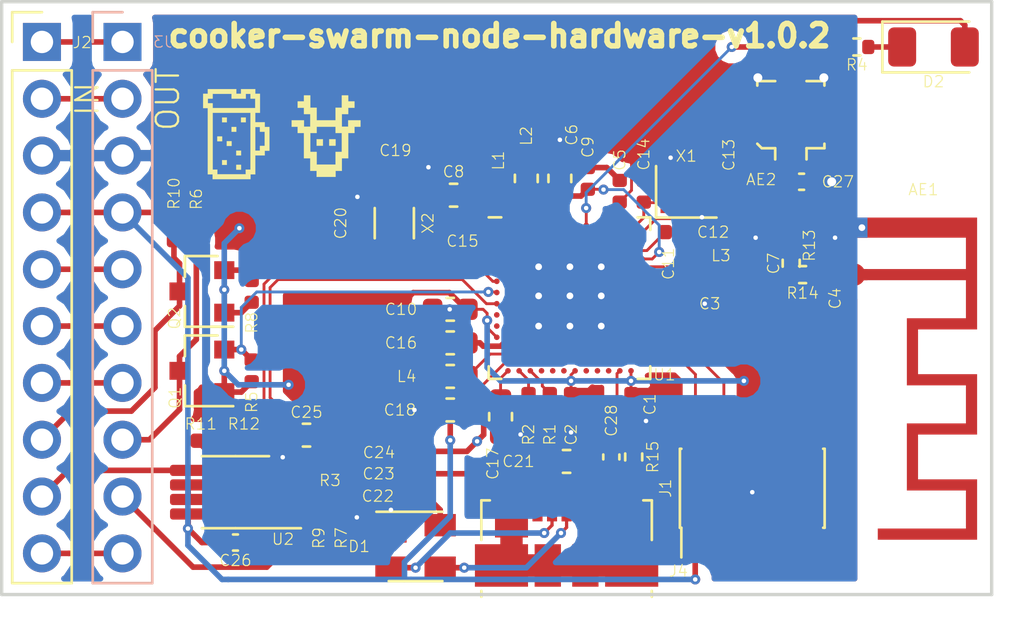
<source format=kicad_pcb>
(kicad_pcb (version 20171130) (host pcbnew 5.0.2-bee76a0~70~ubuntu18.04.1)
  (title_block (title "Sensor Board") (company "TU Wien"))
  (layers (0 F.Cu signal) (31 B.Cu signal) (34 B.Paste user hide) (35 F.Paste user hide) (36 B.SilkS user) (37 F.SilkS user) (38 B.Mask user hide) (39 F.Mask user hide) (44 Edge.Cuts user))
  (net 0 "")
  (net 1 VCC)
  (net 2 "Net-(D1-Pad2)")
  (net 3 /SWDCLK)
  (net 4 /SWDIO)
  (net 5 /D-)
  (net 6 /D+)
  (net 7 "Net-(L1-Pad2)")
  (net 8 /SWO)
  (net 9 GND)
  (net 10 "Net-(D1-Pad3)")
  (net 11 /DEC5)
  (net 12 /DEC4)
  (net 13 /ANT)
  (net 14 /DEC3)
  (net 15 /DEC1)
  (net 16 /XC1)
  (net 17 /XC2)
  (net 18 /DECUSB)
  (net 19 /XL1)
  (net 20 /XL2)
  (net 21 /DCC)
  (net 22 /DCCH)
  (net 23 VBUS)
  (net 24 "Net-(AE1-Pad1)")
  (net 25 /cooker-swarm-node-hardware-components/V_USB)
  (net 26 "Net-(D2-Pad1)")
  (net 27 /1)
  (net 28 /2)
  (net 29 +5V)
  (net 30 /5)
  (net 31 /6)
  (net 32 /7)
  (net 33 /IO_IN)
  (net 34 /POWER_IN)
  (net 35 /10)
  (net 36 /POWER_OUT)
  (net 37 /IO_OUT)
  (net 38 /LV_IO_OUT)
  (net 39 /LV_IO_IN)
  (net 40 "Net-(R3-Pad1)")
  (net 41 "Net-(R7-Pad1)")
  (net 42 /LV_POWER_IN)
  (net 43 "Net-(R11-Pad1)")
  (net 44 /LV_POWER_OUT)
  (net 45 /LED)
  (net 46 "Net-(AE2-Pad1)")
  (net 47 "Net-(C7-Pad1)")
  (net 48 "Net-(C28-Pad1)")
  (module Capacitor_SMD:C_0402_1005Metric (layer F.Cu) (at 153 102.35 90)
    (fp_text reference C28 (at 1.625 0 270) (layer F.SilkS) (effects (font (size 0.5 0.5) (thickness 0.05))))
    (fp_text value 100n)
    (pad 1 smd roundrect (at -0.48 0 90) (size 0.56 0.62) (layers F.Cu F.Paste F.Mask) (net 48 "Net-(C28-Pad1)"))
    (pad 2 smd roundrect (at 0.48 0 90) (size 0.56 0.62) (layers F.Cu F.Paste F.Mask) (net 9 GND))
  )
  (module Connector_USB:USB_Micro-B_Molex_47346-0001 (layer F.Cu) (at 151 106)
    (fp_text reference J4 (at 5 1.45 180) (layer F.SilkS) (effects (font (size 0.5 0.5) (thickness 0.05))))
    (fp_text value USB_B_Micro)
    (pad 1 smd rect (at -1.3 -1.46) (size 0.45 1.38) (layers F.Cu F.Paste F.Mask) (net 25 /cooker-swarm-node-hardware-components/V_USB))
    (pad 2 smd rect (at -0.65 -1.46) (size 0.45 1.38) (layers F.Cu F.Paste F.Mask) (net 2 "Net-(D1-Pad2)"))
    (pad 3 smd rect (at 0 -1.46) (size 0.45 1.38) (layers F.Cu F.Paste F.Mask) (net 10 "Net-(D1-Pad3)"))
    (pad 4 smd rect (at 0.65 -1.46) (size 0.45 1.38) (layers F.Cu F.Paste F.Mask))
    (pad 5 smd rect (at 1.3 -1.46) (size 0.45 1.38) (layers F.Cu F.Paste F.Mask) (net 9 GND))
    (pad 6 smd rect (at -2.4625 -1.1) (size 1.475 2.1) (layers F.Cu F.Paste F.Mask) (net 48 "Net-(C28-Pad1)"))
    (pad 6 smd rect (at 2.4625 -1.1) (size 1.475 2.1) (layers F.Cu F.Paste F.Mask) (net 48 "Net-(C28-Pad1)"))
    (pad 6 smd rect (at -2.91 1.2) (size 2.375 1.9) (layers F.Cu F.Paste F.Mask) (net 48 "Net-(C28-Pad1)"))
    (pad 6 smd rect (at 2.91 1.2) (size 2.375 1.9) (layers F.Cu F.Paste F.Mask) (net 48 "Net-(C28-Pad1)"))
    (pad 6 smd rect (at -0.84 1.2) (size 1.175 1.9) (layers F.Cu F.Paste F.Mask) (net 48 "Net-(C28-Pad1)"))
    (pad 6 smd rect (at 0.84 1.2) (size 1.175 1.9) (layers F.Cu F.Paste F.Mask) (net 48 "Net-(C28-Pad1)"))
  )
  (module Connector_PinHeader_1.27mm:PinHeader_2x05_P1.27mm_Vertical_SMD (layer F.Cu) (at 159.3 103.75 90)
    (fp_text reference J1 (at 0 -3.88 90) (layer F.SilkS) (effects (font (size 0.5 0.5) (thickness 0.05))))
    (fp_text value Conn_ARM_JTAG_SWD_10)
    (pad 1 smd rect (at -1.95 -2.54 90) (size 2.4 0.74) (layers F.Cu F.Paste F.Mask) (net 29 +5V))
    (pad 2 smd rect (at 1.95 -2.54 90) (size 2.4 0.74) (layers F.Cu F.Paste F.Mask) (net 4 /SWDIO))
    (pad 3 smd rect (at -1.95 -1.27 90) (size 2.4 0.74) (layers F.Cu F.Paste F.Mask) (net 9 GND))
    (pad 4 smd rect (at 1.95 -1.27 90) (size 2.4 0.74) (layers F.Cu F.Paste F.Mask) (net 3 /SWDCLK))
    (pad 5 smd rect (at -1.95 0 90) (size 2.4 0.74) (layers F.Cu F.Paste F.Mask) (net 9 GND))
    (pad 6 smd rect (at 1.95 0 90) (size 2.4 0.74) (layers F.Cu F.Paste F.Mask) (net 8 /SWO))
    (pad 7 smd rect (at -1.95 1.27 90) (size 2.4 0.74) (layers F.Cu F.Paste F.Mask))
    (pad 8 smd rect (at 1.95 1.27 90) (size 2.4 0.74) (layers F.Cu F.Paste F.Mask))
    (pad 9 smd rect (at -1.95 2.54 90) (size 2.4 0.74) (layers F.Cu F.Paste F.Mask) (net 9 GND))
    (pad 10 smd rect (at 1.95 2.54 90) (size 2.4 0.74) (layers F.Cu F.Paste F.Mask))
  )
  (module Capacitor_SMD:C_0402_1005Metric (layer F.Cu) (at 144.25 103.1 180)
    (fp_text reference C23 (at 1.65 0 180) (layer F.SilkS) (effects (font (size 0.5 0.5) (thickness 0.05))))
    (fp_text value 10n)
    (pad 2 smd roundrect (at 0.485 0 180) (size 0.59 0.64) (layers F.Cu F.Paste F.Mask) (net 9 GND))
    (pad 1 smd roundrect (at -0.485 0 180) (size 0.59 0.64) (layers F.Cu F.Paste F.Mask) (net 25 /cooker-swarm-node-hardware-components/V_USB))
  )
  (module Capacitor_SMD:C_0402_1005Metric (layer F.Cu) (at 144.25 104.1 180)
    (fp_text reference C22 (at 1.685 0 180) (layer F.SilkS) (effects (font (size 0.5 0.5) (thickness 0.05))))
    (fp_text value 100n)
    (pad 2 smd roundrect (at 0.485 0 180) (size 0.59 0.64) (layers F.Cu F.Paste F.Mask) (net 9 GND))
    (pad 1 smd roundrect (at -0.485 0 180) (size 0.59 0.64) (layers F.Cu F.Paste F.Mask) (net 25 /cooker-swarm-node-hardware-components/V_USB))
  )
  (module Capacitor_SMD:C_0402_1005Metric (layer F.Cu) (at 155.9 92.3)
    (fp_text reference C12 (at 1.65 0 180) (layer F.SilkS) (effects (font (size 0.5 0.5) (thickness 0.05))))
    (fp_text value 100p)
    (pad 1 smd roundrect (at -0.485 0) (size 0.59 0.64) (layers F.Cu F.Paste F.Mask) (net 14 /DEC3))
    (pad 2 smd roundrect (at 0.485 0) (size 0.59 0.64) (layers F.Cu F.Paste F.Mask) (net 9 GND))
  )
  (module Package_TO_SOT_SMD:SOT-143 (layer F.Cu) (at 144.25 106.35)
    (fp_text reference D1 (at -2.525 0) (layer F.SilkS) (effects (font (size 0.5 0.5) (thickness 0.05))))
    (fp_text value PRTR5V0U2X)
    (pad 1 smd rect (at -1.1 -0.77 270) (size 1.2 1.4) (layers F.Cu F.Paste F.Mask) (net 9 GND))
    (pad 2 smd rect (at -1.1 0.95 270) (size 1 1.4) (layers F.Cu F.Paste F.Mask) (net 2 "Net-(D1-Pad2)"))
    (pad 3 smd rect (at 1.1 0.95 270) (size 1 1.4) (layers F.Cu F.Paste F.Mask) (net 10 "Net-(D1-Pad3)"))
    (pad 4 smd rect (at 1.1 -0.95 270) (size 1 1.4) (layers F.Cu F.Paste F.Mask) (net 25 /cooker-swarm-node-hardware-components/V_USB))
  )
  (module Capacitor_SMD:C_0402_1005Metric (layer F.Cu) (at 141.65 91.9 270)
    (fp_text reference C20 (at 0 0.75 270) (layer F.SilkS) (effects (font (size 0.5 0.5) (thickness 0.05))))
    (fp_text value 12p)
    (pad 1 smd roundrect (at -0.485 0 270) (size 0.59 0.64) (layers F.Cu F.Paste F.Mask) (net 9 GND))
    (pad 2 smd roundrect (at 0.485 0 270) (size 0.59 0.64) (layers F.Cu F.Paste F.Mask) (net 20 /XL2))
  )
  (module Capacitor_SMD:C_0402_1005Metric (layer F.Cu) (at 156 95.5)
    (fp_text reference C3 (at 1.4 0) (layer F.SilkS) (effects (font (size 0.5 0.5) (thickness 0.05))))
    (fp_text value 820p)
    (pad 2 smd roundrect (at 0.485 0) (size 0.59 0.64) (layers F.Cu F.Paste F.Mask) (net 9 GND))
    (pad 1 smd roundrect (at -0.485 0) (size 0.59 0.64) (layers F.Cu F.Paste F.Mask) (net 11 /DEC5))
  )
  (module Capacitor_SMD:C_0402_1005Metric (layer F.Cu) (at 159.45 93.715 90)
    (fp_text reference C7 (at 0.015 0.8 90) (layer F.SilkS) (effects (font (size 0.5 0.5) (thickness 0.05))))
    (fp_text value 0.5p)
    (pad 2 smd roundrect (at 0.485 0 90) (size 0.59 0.64) (layers F.Cu F.Paste F.Mask) (net 9 GND))
    (pad 1 smd roundrect (at -0.485 0 90) (size 0.59 0.64) (layers F.Cu F.Paste F.Mask) (net 47 "Net-(C7-Pad1)"))
  )
  (module Capacitor_SMD:C_0402_1005Metric (layer F.Cu) (at 151.95 89.9 90)
    (fp_text reference C9 (at 1.4 0 90) (layer F.SilkS) (effects (font (size 0.5 0.5) (thickness 0.05))))
    (fp_text value 47n)
    (pad 2 smd roundrect (at 0.485 0 90) (size 0.59 0.64) (layers F.Cu F.Paste F.Mask) (net 9 GND))
    (pad 1 smd roundrect (at -0.485 0 90) (size 0.59 0.64) (layers F.Cu F.Paste F.Mask) (net 12 /DEC4))
  )
  (module Capacitor_SMD:C_0402_1005Metric (layer F.Cu) (at 156.35 93.715 90)
    (fp_text reference C11 (at 0 -0.8 90) (layer F.SilkS) (effects (font (size 0.5 0.5) (thickness 0.05))))
    (fp_text value 0.8p)
    (pad 2 smd roundrect (at 0.485 0 90) (size 0.59 0.64) (layers F.Cu F.Paste F.Mask) (net 9 GND))
    (pad 1 smd roundrect (at -0.485 0 90) (size 0.59 0.64) (layers F.Cu F.Paste F.Mask) (net 13 /ANT))
  )
  (module Capacitor_SMD:C_0402_1005Metric (layer F.Cu) (at 158.25 90.5 90)
    (fp_text reference C13 (at 1.65 0 90) (layer F.SilkS) (effects (font (size 0.5 0.5) (thickness 0.05))))
    (fp_text value 12p)
    (pad 2 smd roundrect (at 0.485 0 90) (size 0.59 0.64) (layers F.Cu F.Paste F.Mask) (net 16 /XC1))
    (pad 1 smd roundrect (at -0.485 0 90) (size 0.59 0.64) (layers F.Cu F.Paste F.Mask) (net 9 GND))
  )
  (module Capacitor_SMD:C_0402_1005Metric (layer F.Cu) (at 154.45 90.475 270)
    (fp_text reference C14 (at -1.65 0 90) (layer F.SilkS) (effects (font (size 0.5 0.5) (thickness 0.05))))
    (fp_text value 12p)
    (pad 1 smd roundrect (at -0.485 0 270) (size 0.59 0.64) (layers F.Cu F.Paste F.Mask) (net 9 GND))
    (pad 2 smd roundrect (at 0.485 0 270) (size 0.59 0.64) (layers F.Cu F.Paste F.Mask) (net 17 /XC2))
  )
  (module Capacitor_SMD:C_0402_1005Metric (layer F.Cu) (at 146.35 91.9 180)
    (fp_text reference C15 (at 0 -0.8) (layer F.SilkS) (effects (font (size 0.5 0.5) (thickness 0.05))))
    (fp_text value 100n)
    (pad 1 smd roundrect (at -0.485 0 180) (size 0.59 0.64) (layers F.Cu F.Paste F.Mask) (net 15 /DEC1))
    (pad 2 smd roundrect (at 0.485 0 180) (size 0.59 0.64) (layers F.Cu F.Paste F.Mask) (net 9 GND))
  )
  (module Capacitor_SMD:C_0402_1005Metric (layer F.Cu) (at 143.35 89.4 180)
    (fp_text reference C19 (at 0 0.75 180) (layer F.SilkS) (effects (font (size 0.5 0.5) (thickness 0.05))))
    (fp_text value 12p)
    (pad 2 smd roundrect (at 0.485 0 180) (size 0.59 0.64) (layers F.Cu F.Paste F.Mask) (net 19 /XL1))
    (pad 1 smd roundrect (at -0.485 0 180) (size 0.59 0.64) (layers F.Cu F.Paste F.Mask) (net 9 GND))
  )
  (module Inductor_SMD:L_0603_1608Metric (layer F.Cu) (at 149.2 89.9 270)
    (fp_text reference L2 (at -1.9 0 270) (layer F.SilkS) (effects (font (size 0.5 0.5) (thickness 0.05))))
    (fp_text value 10u)
    (pad 1 smd roundrect (at -0.7875 0 270) (size 0.875 0.95) (layers F.Cu F.Paste F.Mask) (net 7 "Net-(L1-Pad2)"))
    (pad 2 smd roundrect (at 0.7875 0 270) (size 0.875 0.95) (layers F.Cu F.Paste F.Mask) (net 12 /DEC4))
  )
  (module Inductor_SMD:L_0603_1608Metric (layer F.Cu) (at 145.8 98.75)
    (fp_text reference L4 (at -1.95 0 180) (layer F.SilkS) (effects (font (size 0.5 0.5) (thickness 0.05))))
    (fp_text value 10u)
    (pad 2 smd roundrect (at 0.7875 0) (size 0.875 0.95) (layers F.Cu F.Paste F.Mask) (net 22 /DCCH))
    (pad 1 smd roundrect (at -0.7875 0) (size 0.875 0.95) (layers F.Cu F.Paste F.Mask) (net 1 VCC))
  )
  (module Capacitor_SMD:C_0402_1005Metric (layer F.Cu) (at 144.25 102.1 180)
    (fp_text reference C24 (at 1.635 -0.05 180) (layer F.SilkS) (effects (font (size 0.5 0.5) (thickness 0.05))))
    (fp_text value 100n)
    (pad 1 smd roundrect (at -0.485 0 180) (size 0.59 0.64) (layers F.Cu F.Paste F.Mask) (net 23 VBUS))
    (pad 2 smd roundrect (at 0.485 0 180) (size 0.59 0.64) (layers F.Cu F.Paste F.Mask) (net 9 GND))
  )
  (module Capacitor_SMD:C_0402_1005Metric (layer F.Cu) (at 153.9 100 270)
    (fp_text reference C1 (at 0 -0.825 270) (layer F.SilkS) (effects (font (size 0.5 0.5) (thickness 0.05))))
    (fp_text value 100n)
    (pad 2 smd roundrect (at 0.485 0 270) (size 0.59 0.64) (layers F.Cu F.Paste F.Mask) (net 9 GND))
    (pad 1 smd roundrect (at -0.485 0 270) (size 0.59 0.64) (layers F.Cu F.Paste F.Mask) (net 1 VCC))
  )
  (module Capacitor_SMD:C_0402_1005Metric (layer F.Cu) (at 151.2 100 270)
    (fp_text reference C2 (at 1.35 0 90) (layer F.SilkS) (effects (font (size 0.5 0.5) (thickness 0.05))))
    (fp_text value 100n)
    (pad 1 smd roundrect (at -0.485 0 270) (size 0.59 0.64) (layers F.Cu F.Paste F.Mask) (net 1 VCC))
    (pad 2 smd roundrect (at 0.485 0 270) (size 0.59 0.64) (layers F.Cu F.Paste F.Mask) (net 9 GND))
  )
  (module Capacitor_SMD:C_0402_1005Metric (layer F.Cu) (at 153.375 90.475 90)
    (fp_text reference C5 (at 1.4 0 90) (layer F.SilkS) (effects (font (size 0.5 0.5) (thickness 0.05))))
    (fp_text value 100n)
    (pad 2 smd roundrect (at 0.485 0 90) (size 0.59 0.64) (layers F.Cu F.Paste F.Mask) (net 9 GND))
    (pad 1 smd roundrect (at -0.485 0 90) (size 0.59 0.64) (layers F.Cu F.Paste F.Mask) (net 1 VCC))
  )
  (module Capacitor_SMD:C_0402_1005Metric (layer F.Cu) (at 163 93.715 90)
    (fp_text reference C4 (at -1.55 0 90) (layer F.SilkS) (effects (font (size 0.5 0.5) (thickness 0.05))))
    (fp_text value N.C.)
    (pad 1 smd roundrect (at -0.485 0 90) (size 0.59 0.64) (layers F.Cu F.Paste F.Mask) (net 24 "Net-(AE1-Pad1)"))
    (pad 2 smd roundrect (at 0.485 0 90) (size 0.59 0.64) (layers F.Cu F.Paste F.Mask) (net 9 GND))
  )
  (module Package_TO_SOT_SMD:SOT-23 (layer F.Cu) (at 134.7 98.5 180)
    (fp_text reference Q1 (at 1.2 -1.2 90) (layer F.SilkS) (effects (font (size 0.5 0.5) (thickness 0.05))))
    (fp_text value BSS138)
    (pad 1 smd rect (at -1 -0.95 180) (size 0.9 0.8) (layers F.Cu F.Paste F.Mask) (net 1 VCC))
    (pad 2 smd rect (at -1 0.95 180) (size 0.9 0.8) (layers F.Cu F.Paste F.Mask) (net 38 /LV_IO_OUT))
    (pad 3 smd rect (at 1 0 180) (size 0.9 0.8) (layers F.Cu F.Paste F.Mask) (net 37 /IO_OUT))
  )
  (module Package_TO_SOT_SMD:SOT-23 (layer F.Cu) (at 134.7 94.95 180)
    (fp_text reference Q2 (at 1.225 -1.2 270) (layer F.SilkS) (effects (font (size 0.5 0.5) (thickness 0.05))))
    (fp_text value BSS138)
    (pad 1 smd rect (at -1 -0.95 180) (size 0.9 0.8) (layers F.Cu F.Paste F.Mask) (net 1 VCC))
    (pad 2 smd rect (at -1 0.95 180) (size 0.9 0.8) (layers F.Cu F.Paste F.Mask) (net 39 /LV_IO_IN))
    (pad 3 smd rect (at 1 0 180) (size 0.9 0.8) (layers F.Cu F.Paste F.Mask) (net 33 /IO_IN))
  )
  (module Resistor_SMD:R_0402_1005Metric (layer F.Cu) (at 140.425 102.65 180)
    (fp_text reference R3 (at 0 -0.75 180) (layer F.SilkS) (effects (font (size 0.5 0.5) (thickness 0.05))))
    (fp_text value 100k)
    (pad 1 smd roundrect (at -0.485 0 180) (size 0.59 0.64) (layers F.Cu F.Paste F.Mask) (net 40 "Net-(R3-Pad1)"))
    (pad 2 smd roundrect (at 0.485 0 180) (size 0.59 0.64) (layers F.Cu F.Paste F.Mask) (net 44 /LV_POWER_OUT))
  )
  (module Resistor_SMD:R_0402_1005Metric (layer F.Cu) (at 136.925 98.5 90)
    (fp_text reference R5 (at -1.4 0 90) (layer F.SilkS) (effects (font (size 0.5 0.5) (thickness 0.05))))
    (fp_text value 10k)
    (pad 1 smd roundrect (at -0.485 0 90) (size 0.59 0.64) (layers F.Cu F.Paste F.Mask) (net 1 VCC))
    (pad 2 smd roundrect (at 0.485 0 90) (size 0.59 0.64) (layers F.Cu F.Paste F.Mask) (net 38 /LV_IO_OUT))
  )
  (module Resistor_SMD:R_0402_1005Metric (layer F.Cu) (at 134.45 92.2 270)
    (fp_text reference R6 (at -1.375 0 270) (layer F.SilkS) (effects (font (size 0.5 0.5) (thickness 0.05))))
    (fp_text value 10k)
    (pad 1 smd roundrect (at -0.485 0 270) (size 0.59 0.64) (layers F.Cu F.Paste F.Mask) (net 29 +5V))
    (pad 2 smd roundrect (at 0.485 0 270) (size 0.59 0.64) (layers F.Cu F.Paste F.Mask) (net 37 /IO_OUT))
  )
  (module Resistor_SMD:R_0402_1005Metric (layer F.Cu) (at 140.925 104.575 270)
    (fp_text reference R7 (at 1.4 0 270) (layer F.SilkS) (effects (font (size 0.5 0.5) (thickness 0.05))))
    (fp_text value 10k)
    (pad 2 smd roundrect (at 0.485 0 270) (size 0.59 0.64) (layers F.Cu F.Paste F.Mask) (net 9 GND))
    (pad 1 smd roundrect (at -0.485 0 270) (size 0.59 0.64) (layers F.Cu F.Paste F.Mask) (net 41 "Net-(R7-Pad1)"))
  )
  (module Resistor_SMD:R_0402_1005Metric (layer F.Cu) (at 136.925 94.95 90)
    (fp_text reference R8 (at -1.4 0 90) (layer F.SilkS) (effects (font (size 0.5 0.5) (thickness 0.05))))
    (fp_text value 10k)
    (pad 1 smd roundrect (at -0.485 0 90) (size 0.59 0.64) (layers F.Cu F.Paste F.Mask) (net 1 VCC))
    (pad 2 smd roundrect (at 0.485 0 90) (size 0.59 0.64) (layers F.Cu F.Paste F.Mask) (net 39 /LV_IO_IN))
  )
  (module Resistor_SMD:R_0402_1005Metric (layer F.Cu) (at 139.925 104.575 90)
    (fp_text reference R9 (at -1.4 0 90) (layer F.SilkS) (effects (font (size 0.5 0.5) (thickness 0.05))))
    (fp_text value 6.8k)
    (pad 2 smd roundrect (at 0.485 0 90) (size 0.59 0.64) (layers F.Cu F.Paste F.Mask) (net 41 "Net-(R7-Pad1)"))
    (pad 1 smd roundrect (at -0.485 0 90) (size 0.59 0.64) (layers F.Cu F.Paste F.Mask) (net 36 /POWER_OUT))
  )
  (module Resistor_SMD:R_0402_1005Metric (layer F.Cu) (at 133.45 92.2 270)
    (fp_text reference R10 (at -1.625 0 270) (layer F.SilkS) (effects (font (size 0.5 0.5) (thickness 0.05))))
    (fp_text value "10k (N.C.)")
    (pad 1 smd roundrect (at -0.485 0 270) (size 0.59 0.64) (layers F.Cu F.Paste F.Mask) (net 29 +5V))
    (pad 2 smd roundrect (at 0.485 0 270) (size 0.59 0.64) (layers F.Cu F.Paste F.Mask) (net 33 /IO_IN))
  )
  (module Resistor_SMD:R_0402_1005Metric (layer F.Cu) (at 134.975 101.625)
    (fp_text reference R11 (at -0.325 -0.75) (layer F.SilkS) (effects (font (size 0.5 0.5) (thickness 0.05))))
    (fp_text value 1k)
    (pad 2 smd roundrect (at 0.485 0) (size 0.59 0.64) (layers F.Cu F.Paste F.Mask) (net 42 /LV_POWER_IN))
    (pad 1 smd roundrect (at -0.485 0) (size 0.59 0.64) (layers F.Cu F.Paste F.Mask) (net 43 "Net-(R11-Pad1)"))
  )
  (module Resistor_SMD:R_0402_1005Metric (layer F.Cu) (at 136.9 101.625)
    (fp_text reference R12 (at -0.325 -0.75) (layer F.SilkS) (effects (font (size 0.5 0.5) (thickness 0.05))))
    (fp_text value 1.5k)
    (pad 1 smd roundrect (at -0.485 0) (size 0.59 0.64) (layers F.Cu F.Paste F.Mask) (net 42 /LV_POWER_IN))
    (pad 2 smd roundrect (at 0.485 0) (size 0.59 0.64) (layers F.Cu F.Paste F.Mask) (net 9 GND))
  )
  (module RF_Antenna:Texas_SWRA117D_2.4GHz_Right (layer F.Cu) (at 164.2 94.2 270)
    (fp_text reference AE1 (at -3.8 -2.75) (layer F.SilkS) (effects (font (size 0.5 0.5) (thickness 0.05))))
    (fp_text value Antenna_Shield)
    (fp_poly (pts (xy 2.45 -2.51) (xy 4.45 -2.51) (xy 4.45 -5.15) (xy 7.15 -5.15) (xy 7.15 -2.51) (xy 9.15 -2.51) (xy 9.15 -5.15) (xy 11.85 -5.15) (xy 11.85 -0.71) (xy 11.35 -0.71) (xy 11.35 -4.65) (xy 9.65 -4.65) (xy 9.65 -2.01) (xy 6.65 -2.01) (xy 6.65 -4.65) (xy 4.95 -4.65) (xy 4.95 -2.01) (xy 1.95 -2.01) (xy 1.95 -4.65) (xy 0.25 -4.65) (xy 0.25 0.25) (xy -0.25 0.25) (xy -0.25 -4.65) (xy -1.65 -4.65) (xy -1.65 0.25) (xy -2.55 0.25) (xy -2.55 0.006785) (xy -2.247583 0.006785) (xy -2.237742 0.054395) (xy -2.213674 0.096797) (xy -2.175731 0.129581) (xy -2.167819 0.133935) (xy -2.125156 0.146043) (xy -2.076637 0.1453) (xy -2.031122 0.1324) (xy -2.012511 0.121787) (xy -1.978868 0.086553) (xy -1.958309 0.041368) (xy -1.951778 -0.008158) (xy -1.960218 -0.056417) (xy -1.977112 -0.088643) (xy -2.012372 -0.121313) (xy -2.057682 -0.141408) (xy -2.107267 -0.147982) (xy -2.155353 -0.140092) (xy -2.188245 -0.123186) (xy -2.223185 -0.086416) (xy -2.242847 -0.041622) (xy -2.247583 0.006785) (xy -2.55 0.006785) (xy -2.55 -5.15) (xy 2.45 -5.15) (xy 2.45 -2.51)) (layer F.Cu) (width 0))
    (pad 2 thru_hole rect (at -2.1 0 270) (size 0.9 0.5) (drill 0.3) (layers *.Cu) (net 9 GND))
    (pad 1 connect rect (at 0 0 270) (size 0.5 0.5) (layers F.Cu) (net 24 "Net-(AE1-Pad1)"))
  )
  (module Resistor_SMD:R_0402_1005Metric (layer F.Cu) (at 150.25 100 270)
    (fp_text reference R1 (at 1.35 0 270) (layer F.SilkS) (effects (font (size 0.5 0.5) (thickness 0.05))))
    (fp_text value 0)
    (pad 2 smd roundrect (at 0.485 0 270) (size 0.59 0.64) (layers F.Cu F.Paste F.Mask) (net 10 "Net-(D1-Pad3)"))
    (pad 1 smd roundrect (at -0.485 0 270) (size 0.59 0.64) (layers F.Cu F.Paste F.Mask) (net 6 /D+))
  )
  (module Resistor_SMD:R_0402_1005Metric (layer F.Cu) (at 149.3 100 90)
    (fp_text reference R2 (at -1.35 0 90) (layer F.SilkS) (effects (font (size 0.5 0.5) (thickness 0.05))))
    (fp_text value 0)
    (pad 1 smd roundrect (at -0.485 0 90) (size 0.59 0.64) (layers F.Cu F.Paste F.Mask) (net 2 "Net-(D1-Pad2)"))
    (pad 2 smd roundrect (at 0.485 0 90) (size 0.59 0.64) (layers F.Cu F.Paste F.Mask) (net 5 /D-))
  )
  (module Capacitor_SMD:C_0603_1608Metric (layer F.Cu) (at 150.7 89.9 90)
    (fp_text reference C6 (at 1.95 0.525 90) (layer F.SilkS) (effects (font (size 0.5 0.5) (thickness 0.05))))
    (fp_text value 1u)
    (pad 2 smd roundrect (at 0.7875 0 90) (size 0.875 0.95) (layers F.Cu F.Paste F.Mask) (net 9 GND))
    (pad 1 smd roundrect (at -0.7875 0 90) (size 0.875 0.95) (layers F.Cu F.Paste F.Mask) (net 12 /DEC4))
  )
  (module Capacitor_SMD:C_0603_1608Metric (layer F.Cu) (at 145.95 90.65 180)
    (fp_text reference C8 (at 0 1.05 180) (layer F.SilkS) (effects (font (size 0.5 0.5) (thickness 0.05))))
    (fp_text value 1u)
    (pad 2 smd roundrect (at 0.7875 0 180) (size 0.875 0.95) (layers F.Cu F.Paste F.Mask) (net 9 GND))
    (pad 1 smd roundrect (at -0.7875 0 180) (size 0.875 0.95) (layers F.Cu F.Paste F.Mask) (net 1 VCC))
  )
  (module Capacitor_SMD:C_0603_1608Metric (layer F.Cu) (at 145.8 95.75 180)
    (fp_text reference C10 (at 2.2 0 180) (layer F.SilkS) (effects (font (size 0.5 0.5) (thickness 0.05))))
    (fp_text value 4.7u)
    (pad 1 smd roundrect (at -0.7875 0 180) (size 0.875 0.95) (layers F.Cu F.Paste F.Mask) (net 1 VCC))
    (pad 2 smd roundrect (at 0.7875 0 180) (size 0.875 0.95) (layers F.Cu F.Paste F.Mask) (net 9 GND))
  )
  (module Capacitor_SMD:C_0603_1608Metric (layer F.Cu) (at 145.8 97.25 180)
    (fp_text reference C16 (at 2.2 0 180) (layer F.SilkS) (effects (font (size 0.5 0.5) (thickness 0.05))))
    (fp_text value 4.7u)
    (pad 1 smd roundrect (at -0.7875 0 180) (size 0.875 0.95) (layers F.Cu F.Paste F.Mask) (net 29 +5V))
    (pad 2 smd roundrect (at 0.7875 0 180) (size 0.875 0.95) (layers F.Cu F.Paste F.Mask) (net 9 GND))
  )
  (module Capacitor_SMD:C_0603_1608Metric (layer F.Cu) (at 148.05 100.55 270)
    (fp_text reference C17 (at 2.1 0.35 270) (layer F.SilkS) (effects (font (size 0.5 0.5) (thickness 0.05))))
    (fp_text value 4.7u)
    (pad 2 smd roundrect (at 0.7875 0 270) (size 0.875 0.95) (layers F.Cu F.Paste F.Mask) (net 9 GND))
    (pad 1 smd roundrect (at -0.7875 0 270) (size 0.875 0.95) (layers F.Cu F.Paste F.Mask) (net 23 VBUS))
  )
  (module Capacitor_SMD:C_0603_1608Metric (layer F.Cu) (at 145.8 100.25 180)
    (fp_text reference C18 (at 2.25 0 180) (layer F.SilkS) (effects (font (size 0.5 0.5) (thickness 0.05))))
    (fp_text value 4.7u)
    (pad 1 smd roundrect (at -0.7875 0 180) (size 0.875 0.95) (layers F.Cu F.Paste F.Mask) (net 18 /DECUSB))
    (pad 2 smd roundrect (at 0.7875 0 180) (size 0.875 0.95) (layers F.Cu F.Paste F.Mask) (net 9 GND))
  )
  (module Capacitor_SMD:C_0603_1608Metric (layer F.Cu) (at 151 102.55)
    (fp_text reference C21 (at -2.15 0) (layer F.SilkS) (effects (font (size 0.5 0.5) (thickness 0.05))))
    (fp_text value 10u)
    (pad 2 smd roundrect (at 0.7875 0) (size 0.875 0.95) (layers F.Cu F.Paste F.Mask) (net 9 GND))
    (pad 1 smd roundrect (at -0.7875 0) (size 0.875 0.95) (layers F.Cu F.Paste F.Mask) (net 25 /cooker-swarm-node-hardware-components/V_USB))
  )
  (module Inductor_SMD:L_0402_1005Metric (layer F.Cu) (at 147.95 90.45 90)
    (fp_text reference L1 (at 1.35 0 90) (layer F.SilkS) (effects (font (size 0.5 0.5) (thickness 0.05))))
    (fp_text value 15n)
    (pad 1 smd roundrect (at -0.485 0 90) (size 0.59 0.64) (layers F.Cu F.Paste F.Mask) (net 21 /DCC))
    (pad 2 smd roundrect (at 0.485 0 90) (size 0.59 0.64) (layers F.Cu F.Paste F.Mask) (net 7 "Net-(L1-Pad2)"))
  )
  (module Inductor_SMD:L_0402_1005Metric (layer F.Cu) (at 157.9 94.2 180)
    (fp_text reference L3 (at 0 0.85 180) (layer F.SilkS) (effects (font (size 0.5 0.5) (thickness 0.05))))
    (fp_text value 4.7n)
    (pad 2 smd roundrect (at 0.485 0 180) (size 0.59 0.64) (layers F.Cu F.Paste F.Mask) (net 13 /ANT))
    (pad 1 smd roundrect (at -0.485 0 180) (size 0.59 0.64) (layers F.Cu F.Paste F.Mask) (net 47 "Net-(C7-Pad1)"))
  )
  (module Crystal:Crystal_SMD_2016-4Pin_2.0x1.6mm (layer F.Cu) (at 156.35 90.5)
    (fp_text reference X1 (at 0 -1.6) (layer F.SilkS) (effects (font (size 0.5 0.5) (thickness 0.05))))
    (fp_text value "32MHz, 8pF")
    (pad 1 smd rect (at -0.7 0.55) (size 0.9 0.8) (layers F.Cu F.Paste F.Mask) (net 17 /XC2))
    (pad 2 smd rect (at 0.7 0.55) (size 0.9 0.8) (layers F.Cu F.Paste F.Mask) (net 9 GND))
    (pad 3 smd rect (at 0.7 -0.55) (size 0.9 0.8) (layers F.Cu F.Paste F.Mask) (net 16 /XC1))
    (pad 4 smd rect (at -0.7 -0.55) (size 0.9 0.8) (layers F.Cu F.Paste F.Mask) (net 9 GND))
  )
  (module Crystal:Crystal_SMD_3215-2Pin_3.2x1.5mm (layer F.Cu) (at 143.3 91.9 270)
    (fp_text reference X2 (at 0 -1.5 270) (layer F.SilkS) (effects (font (size 0.5 0.5) (thickness 0.05))))
    (fp_text value "32,768kHz, 9pF")
    (pad 1 smd rect (at 1.25 0 270) (size 1 1.8) (layers F.Cu F.Paste F.Mask) (net 20 /XL2))
    (pad 2 smd rect (at -1.25 0 270) (size 1 1.8) (layers F.Cu F.Paste F.Mask) (net 19 /XL1))
  )
  (module Capacitor_SMD:C_0603_1608Metric (layer F.Cu) (at 139.375 101.375 180)
    (fp_text reference C25 (at 0 1.025) (layer F.SilkS) (effects (font (size 0.5 0.5) (thickness 0.05))))
    (fp_text value 1u)
    (pad 1 smd roundrect (at -0.7875 0 180) (size 0.875 0.95) (layers F.Cu F.Paste F.Mask) (net 44 /LV_POWER_OUT))
    (pad 2 smd roundrect (at 0.7875 0 180) (size 0.875 0.95) (layers F.Cu F.Paste F.Mask) (net 9 GND))
  )
  (module Connector_PinHeader_2.54mm:PinHeader_1x10_P2.54mm_Vertical (layer F.Cu) (at 127.55 83.8)
    (fp_text reference J2 (at 1.8 0.025) (layer F.SilkS) (effects (font (size 0.5 0.5) (thickness 0.05))))
    (fp_text value Conn_INPUT)
    (pad 1 thru_hole rect (at 0 0) (size 1.7 1.7) (drill 1) (layers *.Cu *.Mask) (net 27 /1))
    (pad 2 thru_hole oval (at 0 2.54) (size 1.7 1.7) (drill 1) (layers *.Cu *.Mask) (net 28 /2))
    (pad 3 thru_hole oval (at 0 5.08) (size 1.7 1.7) (drill 1) (layers *.Cu *.Mask) (net 9 GND))
    (pad 4 thru_hole oval (at 0 7.62) (size 1.7 1.7) (drill 1) (layers *.Cu *.Mask) (net 29 +5V))
    (pad 5 thru_hole oval (at 0 10.16) (size 1.7 1.7) (drill 1) (layers *.Cu *.Mask) (net 30 /5))
    (pad 6 thru_hole oval (at 0 12.7) (size 1.7 1.7) (drill 1) (layers *.Cu *.Mask) (net 31 /6))
    (pad 7 thru_hole oval (at 0 15.24) (size 1.7 1.7) (drill 1) (layers *.Cu *.Mask) (net 32 /7))
    (pad 8 thru_hole oval (at 0 17.78) (size 1.7 1.7) (drill 1) (layers *.Cu *.Mask) (net 33 /IO_IN))
    (pad 9 thru_hole oval (at 0 20.32) (size 1.7 1.7) (drill 1) (layers *.Cu *.Mask) (net 34 /POWER_IN))
    (pad 10 thru_hole oval (at 0 22.86) (size 1.7 1.7) (drill 1) (layers *.Cu *.Mask) (net 35 /10))
  )
  (module Package_DFN_QFN:Nordic_AQFN-73-1EP_7x7mm_P0.5mm (layer F.Cu) (at 151.13 95.25)
    (fp_text reference U1 (at 4.245 3.425) (layer F.SilkS) (effects (font (size 0.5 0.5) (thickness 0.05))))
    (fp_text value nRF52840)
    (pad EP smd rect (at 0 0 180) (size 4.85 4.85) (layers F.Cu F.Mask) (net 9 GND))
    (pad B24 smd circle (at 3.25 -2.75 180) (size 0.25 0.25) (layers F.Cu F.Paste F.Mask) (net 16 /XC1))
    (pad D23 smd circle (at 2.75 -2 180) (size 0.25 0.25) (layers F.Cu F.Paste F.Mask) (net 14 /DEC3))
    (pad A8 smd circle (at -1.25 -3.25 180) (size 0.25 0.25) (layers F.Cu F.Paste F.Mask))
    (pad B3 smd circle (at -2.5 -2.75 180) (size 0.25 0.25) (layers F.Cu F.Paste F.Mask) (net 21 /DCC))
    (pad AC21 smd circle (at 2 2.75 180) (size 0.25 0.25) (layers F.Cu F.Paste F.Mask))
    (pad AD23 smd circle (at 2.75 3.25 180) (size 0.25 0.25) (layers F.Cu F.Paste F.Mask) (net 1 VCC))
    (pad AD2 smd circle (at -2.75 3.25 180) (size 0.25 0.25) (layers F.Cu F.Paste F.Mask) (net 23 VBUS))
    (pad AB2 smd circle (at -2.75 2.5 180) (size 0.25 0.25) (layers F.Cu F.Paste F.Mask) (net 22 /DCCH))
    (pad Y2 smd circle (at -2.75 2 180) (size 0.25 0.25) (layers F.Cu F.Paste F.Mask) (net 29 +5V))
    (pad W1 smd circle (at -3.25 1.75 180) (size 0.25 0.25) (layers F.Cu F.Paste F.Mask) (net 1 VCC))
    (pad U1 smd circle (at -3.25 1.25 180) (size 0.25 0.25) (layers F.Cu F.Paste F.Mask))
    (pad R1 smd circle (at -3.25 0.75 180) (size 0.25 0.25) (layers F.Cu F.Paste F.Mask))
    (pad N1 smd circle (at -3.25 0.25 180) (size 0.25 0.25) (layers F.Cu F.Paste F.Mask) (net 40 "Net-(R3-Pad1)"))
    (pad L1 smd circle (at -3.25 -0.25 180) (size 0.25 0.25) (layers F.Cu F.Paste F.Mask) (net 38 /LV_IO_OUT))
    (pad J1 smd circle (at -3.25 -0.75 180) (size 0.25 0.25) (layers F.Cu F.Paste F.Mask) (net 42 /LV_POWER_IN))
    (pad G1 smd circle (at -3.25 -1.25 180) (size 0.25 0.25) (layers F.Cu F.Paste F.Mask) (net 39 /LV_IO_IN))
    (pad T2 smd circle (at -2.75 1 180) (size 0.25 0.25) (layers F.Cu F.Paste F.Mask))
    (pad P2 smd circle (at -2.75 0.5 180) (size 0.25 0.25) (layers F.Cu F.Paste F.Mask))
    (pad M2 smd circle (at -2.75 0 180) (size 0.25 0.25) (layers F.Cu F.Paste F.Mask))
    (pad K2 smd circle (at -2.75 -0.5 180) (size 0.25 0.25) (layers F.Cu F.Paste F.Mask))
    (pad H2 smd circle (at -2.75 -1 180) (size 0.25 0.25) (layers F.Cu F.Paste F.Mask))
    (pad F2 smd circle (at -2.75 -1.5 180) (size 0.25 0.25) (layers F.Cu F.Paste F.Mask) (net 20 /XL2))
    (pad C1 smd circle (at -3.25 -2.25 180) (size 0.25 0.25) (layers F.Cu F.Paste F.Mask) (net 15 /DEC1))
    (pad D2 smd circle (at -2.75 -2 180) (size 0.25 0.25) (layers F.Cu F.Paste F.Mask) (net 19 /XL1))
    (pad B1 smd circle (at -3.25 -2.75 180) (size 0.25 0.25) (layers F.Cu F.Paste F.Mask) (net 1 VCC))
    (pad AD4 smd circle (at -2.25 3.25 180) (size 0.25 0.25) (layers F.Cu F.Paste F.Mask) (net 5 /D-))
    (pad AD6 smd circle (at -1.75 3.25 180) (size 0.25 0.25) (layers F.Cu F.Paste F.Mask) (net 6 /D+))
    (pad AD8 smd circle (at -1.25 3.25 180) (size 0.25 0.25) (layers F.Cu F.Paste F.Mask))
    (pad AD10 smd circle (at -0.75 3.25 180) (size 0.25 0.25) (layers F.Cu F.Paste F.Mask))
    (pad AD12 smd circle (at -0.25 3.25 180) (size 0.25 0.25) (layers F.Cu F.Paste F.Mask))
    (pad AD14 smd circle (at 0.25 3.25 180) (size 0.25 0.25) (layers F.Cu F.Paste F.Mask) (net 1 VCC))
    (pad AD16 smd circle (at 0.75 3.25 180) (size 0.25 0.25) (layers F.Cu F.Paste F.Mask))
    (pad AD18 smd circle (at 1.25 3.25 180) (size 0.25 0.25) (layers F.Cu F.Paste F.Mask))
    (pad AD20 smd circle (at 1.75 3.25 180) (size 0.25 0.25) (layers F.Cu F.Paste F.Mask))
    (pad AD22 smd circle (at 2.25 3.25 180) (size 0.25 0.25) (layers F.Cu F.Paste F.Mask) (net 8 /SWO))
    (pad AC19 smd circle (at 1.5 2.75 180) (size 0.25 0.25) (layers F.Cu F.Paste F.Mask))
    (pad AC17 smd circle (at 1 2.75 180) (size 0.25 0.25) (layers F.Cu F.Paste F.Mask))
    (pad AC15 smd circle (at 0.5 2.75 180) (size 0.25 0.25) (layers F.Cu F.Paste F.Mask))
    (pad AC13 smd circle (at 0 2.75 180) (size 0.25 0.25) (layers F.Cu F.Paste F.Mask))
    (pad AC11 smd circle (at -0.5 2.75 180) (size 0.25 0.25) (layers F.Cu F.Paste F.Mask))
    (pad AC9 smd circle (at -1 2.75 180) (size 0.25 0.25) (layers F.Cu F.Paste F.Mask))
    (pad AC5 smd circle (at -2 2.75 180) (size 0.25 0.25) (layers F.Cu F.Paste F.Mask) (net 18 /DECUSB))
    (pad B5 smd circle (at -2 -2.75 180) (size 0.25 0.25) (layers F.Cu F.Paste F.Mask) (net 12 /DEC4))
    (pad B7 smd circle (at -1.5 -2.75 180) (size 0.25 0.25) (layers F.Cu F.Paste F.Mask) (net 9 GND))
    (pad B9 smd circle (at -1 -2.75 180) (size 0.25 0.25) (layers F.Cu F.Paste F.Mask))
    (pad B11 smd circle (at -0.5 -2.75 180) (size 0.25 0.25) (layers F.Cu F.Paste F.Mask))
    (pad B13 smd circle (at 0 -2.75 180) (size 0.25 0.25) (layers F.Cu F.Paste F.Mask))
    (pad B15 smd circle (at 0.5 -2.75 180) (size 0.25 0.25) (layers F.Cu F.Paste F.Mask))
    (pad B17 smd circle (at 1 -2.75 180) (size 0.25 0.25) (layers F.Cu F.Paste F.Mask))
    (pad B19 smd circle (at 1.5 -2.75 180) (size 0.25 0.25) (layers F.Cu F.Paste F.Mask))
    (pad A10 smd circle (at -0.75 -3.25 180) (size 0.25 0.25) (layers F.Cu F.Paste F.Mask))
    (pad A12 smd circle (at -0.25 -3.25 180) (size 0.25 0.25) (layers F.Cu F.Paste F.Mask))
    (pad A14 smd circle (at 0.25 -3.25 180) (size 0.25 0.25) (layers F.Cu F.Paste F.Mask))
    (pad A16 smd circle (at 0.75 -3.25 180) (size 0.25 0.25) (layers F.Cu F.Paste F.Mask) (net 45 /LED))
    (pad A18 smd circle (at 1.25 -3.25 180) (size 0.25 0.25) (layers F.Cu F.Paste F.Mask))
    (pad A20 smd circle (at 1.75 -3.25 180) (size 0.25 0.25) (layers F.Cu F.Paste F.Mask))
    (pad A22 smd circle (at 2.25 -3.25 180) (size 0.25 0.25) (layers F.Cu F.Paste F.Mask) (net 1 VCC))
    (pad A23 smd circle (at 2.75 -3.25 180) (size 0.25 0.25) (layers F.Cu F.Paste F.Mask) (net 17 /XC2))
    (pad F23 smd circle (at 2.75 -1.5 180) (size 0.25 0.25) (layers F.Cu F.Paste F.Mask) (net 9 GND))
    (pad H23 smd circle (at 2.75 -1 180) (size 0.25 0.25) (layers F.Cu F.Paste F.Mask) (net 13 /ANT))
    (pad P23 smd circle (at 2.75 0.5 180) (size 0.25 0.25) (layers F.Cu F.Paste F.Mask))
    (pad T23 smd circle (at 2.75 1 180) (size 0.25 0.25) (layers F.Cu F.Paste F.Mask))
    (pad V23 smd circle (at 2.75 1.5 180) (size 0.25 0.25) (layers F.Cu F.Paste F.Mask))
    (pad Y23 smd circle (at 2.75 2 180) (size 0.25 0.25) (layers F.Cu F.Paste F.Mask))
    (pad E24 smd circle (at 3.25 -1.75 180) (size 0.25 0.25) (layers F.Cu F.Paste F.Mask) (net 12 /DEC4))
    (pad J24 smd circle (at 3.25 -0.75 180) (size 0.25 0.25) (layers F.Cu F.Paste F.Mask))
    (pad L24 smd circle (at 3.25 -0.25 180) (size 0.25 0.25) (layers F.Cu F.Paste F.Mask))
    (pad N24 smd circle (at 3.25 0.25 180) (size 0.25 0.25) (layers F.Cu F.Paste F.Mask) (net 11 /DEC5))
    (pad R24 smd circle (at 3.25 0.75 180) (size 0.25 0.25) (layers F.Cu F.Paste F.Mask))
    (pad U24 smd circle (at 3.25 1.25 180) (size 0.25 0.25) (layers F.Cu F.Paste F.Mask))
    (pad W24 smd circle (at 3.25 1.75 180) (size 0.25 0.25) (layers F.Cu F.Paste F.Mask))
    (pad AA24 smd circle (at 3.25 2.25 180) (size 0.25 0.25) (layers F.Cu F.Paste F.Mask) (net 3 /SWDCLK))
    (pad AC24 smd circle (at 3.25 2.75 180) (size 0.25 0.25) (layers F.Cu F.Paste F.Mask) (net 4 /SWDIO))
  )
  (module Package_SO:MSOP-8_3x3mm_P0.65mm (layer F.Cu) (at 136.2 103.925 180)
    (fp_text reference U2 (at -2.125 -2.1 180) (layer F.SilkS) (effects (font (size 0.5 0.5) (thickness 0.05))))
    (fp_text value MCP6002-xMS)
    (pad 1 smd roundrect (at -2.1125 -0.975 180) (size 1.625 0.5) (layers F.Cu F.Paste F.Mask) (net 36 /POWER_OUT))
    (pad 2 smd roundrect (at -2.1125 -0.325 180) (size 1.625 0.5) (layers F.Cu F.Paste F.Mask) (net 41 "Net-(R7-Pad1)"))
    (pad 3 smd roundrect (at -2.1125 0.325 180) (size 1.625 0.5) (layers F.Cu F.Paste F.Mask) (net 44 /LV_POWER_OUT))
    (pad 4 smd roundrect (at -2.1125 0.975 180) (size 1.625 0.5) (layers F.Cu F.Paste F.Mask) (net 9 GND))
    (pad 5 smd roundrect (at 2.1125 0.975 180) (size 1.625 0.5) (layers F.Cu F.Paste F.Mask) (net 34 /POWER_IN))
    (pad 6 smd roundrect (at 2.1125 0.325 180) (size 1.625 0.5) (layers F.Cu F.Paste F.Mask) (net 43 "Net-(R11-Pad1)"))
    (pad 7 smd roundrect (at 2.1125 -0.325 180) (size 1.625 0.5) (layers F.Cu F.Paste F.Mask) (net 43 "Net-(R11-Pad1)"))
    (pad 8 smd roundrect (at 2.1125 -0.975 180) (size 1.625 0.5) (layers F.Cu F.Paste F.Mask) (net 29 +5V))
  )
  (module Connector_PinSocket_2.54mm:PinSocket_1x10_P2.54mm_Vertical (layer B.Cu) (at 131.15 83.8 180)
    (fp_text reference J3 (at -1.8 0 180) (layer B.SilkS) (effects (font (size 0.5 0.5) (thickness 0.05)) (justify mirror)))
    (fp_text value Conn_OUTPUT)
    (pad 1 thru_hole rect (at 0 0 180) (size 1.7 1.7) (drill 1) (layers *.Cu *.Mask) (net 27 /1))
    (pad 2 thru_hole oval (at 0 -2.54 180) (size 1.7 1.7) (drill 1) (layers *.Cu *.Mask) (net 28 /2))
    (pad 3 thru_hole oval (at 0 -5.08 180) (size 1.7 1.7) (drill 1) (layers *.Cu *.Mask) (net 9 GND))
    (pad 4 thru_hole oval (at 0 -7.62 180) (size 1.7 1.7) (drill 1) (layers *.Cu *.Mask) (net 29 +5V))
    (pad 5 thru_hole oval (at 0 -10.16 180) (size 1.7 1.7) (drill 1) (layers *.Cu *.Mask) (net 30 /5))
    (pad 6 thru_hole oval (at 0 -12.7 180) (size 1.7 1.7) (drill 1) (layers *.Cu *.Mask) (net 31 /6))
    (pad 7 thru_hole oval (at 0 -15.24 180) (size 1.7 1.7) (drill 1) (layers *.Cu *.Mask) (net 32 /7))
    (pad 8 thru_hole oval (at 0 -17.78 180) (size 1.7 1.7) (drill 1) (layers *.Cu *.Mask) (net 37 /IO_OUT))
    (pad 9 thru_hole oval (at 0 -20.32 180) (size 1.7 1.7) (drill 1) (layers *.Cu *.Mask) (net 36 /POWER_OUT))
    (pad 10 thru_hole oval (at 0 -22.86 180) (size 1.7 1.7) (drill 1) (layers *.Cu *.Mask) (net 35 /10))
  )
  (module Connector_Coaxial:U.FL_Molex_MCRF_73412-0110_Vertical (layer F.Cu) (at 161.025 87.05)
    (fp_text reference AE2 (at -1.325 2.9) (layer F.SilkS) (effects (font (size 0.5 0.5) (thickness 0.05))))
    (fp_text value Antenna_Shield)
    (pad 2 smd rect (at -1.475 0) (size 1.05 2.2) (layers F.Cu F.Paste F.Mask) (net 9 GND))
    (pad 2 smd rect (at 1.475 0) (size 1.05 2.2) (layers F.Cu F.Paste F.Mask) (net 9 GND))
    (pad 2 smd rect (at 0 -1.5) (size 1 1) (layers F.Cu F.Paste F.Mask) (net 9 GND))
    (pad 1 smd rect (at 0 1.5) (size 1 1) (layers F.Cu F.Paste F.Mask) (net 46 "Net-(AE2-Pad1)"))
  )
  (module Capacitor_SMD:C_0402_1005Metric (layer F.Cu) (at 136.2 106.175)
    (fp_text reference C26 (at 0 0.8) (layer F.SilkS) (effects (font (size 0.5 0.5) (thickness 0.05))))
    (fp_text value 10n)
    (pad 2 smd roundrect (at 0.48 0) (size 0.56 0.62) (layers F.Cu F.Paste F.Mask) (net 9 GND))
    (pad 1 smd roundrect (at -0.48 0) (size 0.56 0.62) (layers F.Cu F.Paste F.Mask) (net 29 +5V))
  )
  (module Capacitor_SMD:C_0402_1005Metric (layer F.Cu) (at 161.505 90.05 180)
    (fp_text reference C27 (at -1.62 0 180) (layer F.SilkS) (effects (font (size 0.5 0.5) (thickness 0.05))))
    (fp_text value N.C.)
    (pad 1 smd roundrect (at -0.48 0 180) (size 0.56 0.62) (layers F.Cu F.Paste F.Mask) (net 9 GND))
    (pad 2 smd roundrect (at 0.48 0 180) (size 0.56 0.62) (layers F.Cu F.Paste F.Mask) (net 46 "Net-(AE2-Pad1)"))
  )
  (module Resistor_SMD:R_0402_1005Metric (layer F.Cu) (at 161.04 93.69 90)
    (fp_text reference R13 (at 0.79 0.81 90) (layer F.SilkS) (effects (font (size 0.5 0.5) (thickness 0.05))))
    (fp_text value 0)
    (pad 2 smd roundrect (at 0.509999 0 90) (size 0.54 0.64) (layers F.Cu F.Paste F.Mask) (net 46 "Net-(AE2-Pad1)"))
    (pad 1 smd roundrect (at -0.51 0 90) (size 0.54 0.64) (layers F.Cu F.Paste F.Mask) (net 47 "Net-(C7-Pad1)"))
  )
  (module Resistor_SMD:R_0402_1005Metric (layer F.Cu) (at 161.55 94.2 180)
    (fp_text reference R14 (at 0 -0.825 180) (layer F.SilkS) (effects (font (size 0.5 0.5) (thickness 0.05))))
    (fp_text value 0)
    (pad 1 smd roundrect (at -0.51 0 180) (size 0.54 0.64) (layers F.Cu F.Paste F.Mask) (net 24 "Net-(AE1-Pad1)"))
    (pad 2 smd roundrect (at 0.51 0 180) (size 0.54 0.64) (layers F.Cu F.Paste F.Mask) (net 47 "Net-(C7-Pad1)"))
  )
  (module Resistor_SMD:R_0402_1005Metric (layer F.Cu) (at 154 102.35 270)
    (fp_text reference R15 (at 0 -0.85 270) (layer F.SilkS) (effects (font (size 0.5 0.5) (thickness 0.05))))
    (fp_text value 10k)
    (pad 1 smd roundrect (at -0.51 0 270) (size 0.54 0.64) (layers F.Cu F.Paste F.Mask) (net 9 GND))
    (pad 2 smd roundrect (at 0.51 0 270) (size 0.54 0.64) (layers F.Cu F.Paste F.Mask) (net 48 "Net-(C28-Pad1)"))
  )
  (module Resistor_SMD:R_0402_1005Metric (layer F.Cu) (at 163.975 84.025)
    (fp_text reference R4 (at 0 0.8) (layer F.SilkS) (effects (font (size 0.5 0.5) (thickness 0.05))))
    (fp_text value 10k)
    (pad 1 smd roundrect (at -0.51 0) (size 0.54 0.64) (layers F.Cu F.Paste F.Mask) (net 45 /LED))
    (pad 2 smd roundrect (at 0.51 0) (size 0.54 0.64) (layers F.Cu F.Paste F.Mask) (net 26 "Net-(D2-Pad1)"))
  )
  (module LED_SMD:LED_1206_3216Metric (layer F.Cu) (at 167.4 84.025)
    (fp_text reference D2 (at 0 1.55) (layer F.SilkS) (effects (font (size 0.5 0.5) (thickness 0.05))))
    (fp_text value LED)
    (pad 1 smd roundrect (at -1.4 0) (size 1.25 1.75) (layers F.Cu F.Paste F.Mask) (roundrect_rratio 0.2) (net 26 "Net-(D2-Pad1)"))
    (pad 2 smd roundrect (at 1.4 0) (size 1.25 1.75) (layers F.Cu F.Paste F.Mask) (roundrect_rratio 0.2) (net 1 VCC))
  )
  (module Misc:brewce_logo_1200 (layer F.Cu) (at 136.025 88.025)
    (fp_text reference G*** hide)
    (fp_text value LOGO hide)
  )
  (module Misc:didee_logo_4.9x4 (layer F.Cu) (at 140.25 88.025)
    (fp_text reference G*** hide)
    (fp_text value LOGO hide)
  )
  (gr_text OUT (at 133.175 86.35 90) (layer F.SilkS) (effects (font (size 1 1) (thickness 0.1))))
  (gr_text IN (at 129.575 86.35 90) (layer F.SilkS) (effects (font (size 1 1) (thickness 0.1))))
  (gr_text cooker-swarm-node-hardware-v1.0.2 (at 148 83.525) (layer F.SilkS) (effects (font (size 1 1) (thickness 0.25))))
  (gr_line (start 125.75 108.5) (end 125.75 82) (layer Edge.Cuts) (width 0.15))
  (gr_line (start 170 108.5) (end 125.75 108.5) (layer Edge.Cuts) (width 0.15))
  (gr_line (start 170 82) (end 170 108.5) (layer Edge.Cuts) (width 0.15))
  (gr_line (start 125.75 82) (end 170 82) (layer Edge.Cuts) (width 0.15))
  (segment (start 153.38 91.055) (end 153.45 90.985) (width 0.127) (layer F.Cu) (net 1))
  (segment (start 151.2 98.68) (end 151.38 98.5) (width 0.127) (layer F.Cu) (net 1))
  (segment (start 151.2 99.515) (end 151.2 99) (width 0.127) (layer F.Cu) (net 1))
  (segment (start 153.88 99.495) (end 153.9 99.515) (width 0.127) (layer F.Cu) (net 1))
  (segment (start 153.88 98.5) (end 153.88 99) (width 0.127) (layer F.Cu) (net 1))
  (segment (start 147.88 97) (end 147.45 96.57) (width 0.127) (layer F.Cu) (net 1))
  (segment (start 147.45 96.57) (end 147.45 96.25) (width 0.127) (layer F.Cu) (net 1))
  (segment (start 147.2 95.75) (end 146.5875 95.75) (width 0.127) (layer F.Cu) (net 1))
  (segment (start 151.2 99) (end 151.2 98.68) (width 0.127) (layer F.Cu) (net 1))
  (via (at 151.2 98.95) (size 0.45) (drill 0.2) (layers F.Cu B.Cu) (net 1))
  (segment (start 153.88 99) (end 153.88 99.495) (width 0.127) (layer F.Cu) (net 1))
  (via (at 153.88 98.95) (size 0.45) (drill 0.2) (layers F.Cu B.Cu) (net 1))
  (segment (start 153.88 98.95) (end 151.2 98.95) (width 0.25) (layer B.Cu) (net 1))
  (segment (start 153.38 91.6) (end 153.38 91.055) (width 0.127) (layer F.Cu) (net 1))
  (segment (start 153.38 92) (end 153.38 91.6) (width 0.127) (layer F.Cu) (net 1))
  (segment (start 151.2 98.95) (end 148.05 98.95) (width 0.25) (layer B.Cu) (net 1))
  (segment (start 148.05 98.95) (end 147.45 98.35) (width 0.25) (layer B.Cu) (net 1))
  (via (at 147.45 96.25) (size 0.45) (drill 0.2) (layers F.Cu B.Cu) (net 1))
  (segment (start 147.45 98.35) (end 147.45 96.25) (width 0.25) (layer B.Cu) (net 1))
  (segment (start 147.268198 95.75) (end 147.2 95.75) (width 0.127) (layer F.Cu) (net 1))
  (segment (start 147.45 95.931802) (end 147.268198 95.75) (width 0.127) (layer F.Cu) (net 1))
  (segment (start 147.45 96.25) (end 147.45 95.931802) (width 0.127) (layer F.Cu) (net 1))
  (segment (start 136.46 99.45) (end 136.925 98.985) (width 0.25) (layer F.Cu) (net 1))
  (segment (start 135.7 99.45) (end 136.46 99.45) (width 0.25) (layer F.Cu) (net 1))
  (segment (start 136.46 95.9) (end 136.925 95.435) (width 0.25) (layer F.Cu) (net 1))
  (segment (start 135.7 95.9) (end 136.46 95.9) (width 0.25) (layer F.Cu) (net 1))
  (via (at 135.7 98.5) (size 0.45) (drill 0.2) (layers F.Cu B.Cu) (net 1))
  (segment (start 135.7 99.45) (end 135.7 98.5) (width 0.25) (layer F.Cu) (net 1))
  (via (at 135.7 94.875) (size 0.45) (drill 0.2) (layers F.Cu B.Cu) (net 1))
  (segment (start 135.7 98.5) (end 135.7 94.875) (width 0.25) (layer B.Cu) (net 1))
  (segment (start 135.7 94.875) (end 135.7 95.9) (width 0.25) (layer F.Cu) (net 1))
  (segment (start 153.90351 90.43149) (end 153.90351 89.05351) (width 0.127) (layer F.Cu) (net 1))
  (segment (start 153.375 90.96) (end 153.90351 90.43149) (width 0.127) (layer F.Cu) (net 1))
  (segment (start 147.88 91.7925) (end 146.7375 90.65) (width 0.25) (layer F.Cu) (net 1))
  (segment (start 147.88 92.5) (end 147.88 91.7925) (width 0.25) (layer F.Cu) (net 1))
  (via (at 136.375 92.125) (size 0.45) (drill 0.2) (layers F.Cu B.Cu) (net 1))
  (segment (start 135.7 94.875) (end 135.7 92.8) (width 0.25) (layer B.Cu) (net 1))
  (segment (start 135.7 92.8) (end 136.375 92.125) (width 0.25) (layer B.Cu) (net 1))
  (segment (start 153.88 98.95) (end 158.925 98.95) (width 0.25) (layer B.Cu) (net 1))
  (via (at 158.925 98.95) (size 0.45) (drill 0.2) (layers F.Cu B.Cu) (net 1))
  (segment (start 145.762592 95.00499) (end 144.14501 95.00499) (width 0.25) (layer F.Cu) (net 1))
  (segment (start 146.5875 95.75) (end 146.507602 95.75) (width 0.25) (layer F.Cu) (net 1))
  (segment (start 146.507602 95.75) (end 145.762592 95.00499) (width 0.25) (layer F.Cu) (net 1))
  (segment (start 144.14501 95.00499) (end 144 95.15) (width 0.25) (layer F.Cu) (net 1))
  (via (at 138.575 99.125) (size 0.45) (drill 0.2) (layers F.Cu B.Cu) (net 1))
  (segment (start 136.325 99.125) (end 138.575 99.125) (width 0.25) (layer B.Cu) (net 1))
  (segment (start 135.7 98.5) (end 136.325 99.125) (width 0.25) (layer B.Cu) (net 1))
  (segment (start 168.8 83.05) (end 168.6 82.85) (width 0.25) (layer F.Cu) (net 1))
  (segment (start 168.8 84.025) (end 168.8 83.05) (width 0.25) (layer F.Cu) (net 1))
  (segment (start 168.6 82.85) (end 163.45 82.85) (width 0.25) (layer F.Cu) (net 1))
  (segment (start 150.35 104.54) (end 150.35 105.4) (width 0.145) (layer F.Cu) (net 2))
  (via (at 150 105.75) (size 0.45) (drill 0.2) (layers F.Cu B.Cu) (net 2))
  (segment (start 150.35 105.4) (end 150 105.75) (width 0.145) (layer F.Cu) (net 2))
  (segment (start 149.3 101.1) (end 149.3 100.485) (width 0.127) (layer F.Cu) (net 2))
  (segment (start 150.35 103.49174) (end 150.85851 102.98323) (width 0.127) (layer F.Cu) (net 2))
  (segment (start 150.35 104.54) (end 150.35 103.49174) (width 0.127) (layer F.Cu) (net 2))
  (segment (start 150.85851 102.98323) (end 150.85851 102.11677) (width 0.127) (layer F.Cu) (net 2))
  (segment (start 150.85851 102.11677) (end 150.59174 101.85) (width 0.127) (layer F.Cu) (net 2))
  (segment (start 150.59174 101.85) (end 150.05 101.85) (width 0.127) (layer F.Cu) (net 2))
  (segment (start 150.05 101.85) (end 149.3 101.1) (width 0.127) (layer F.Cu) (net 2))
  (via (at 144.25 107.3) (size 0.45) (drill 0.2) (layers F.Cu B.Cu) (net 2))
  (segment (start 143.15 107.3) (end 144.25 107.3) (width 0.25) (layer F.Cu) (net 2))
  (segment (start 145.8 105.75) (end 144.25 107.3) (width 0.25) (layer B.Cu) (net 2))
  (segment (start 150 105.75) (end 145.8 105.75) (width 0.25) (layer B.Cu) (net 2))
  (segment (start 154.38 97.5) (end 156.475 97.5) (width 0.127) (layer F.Cu) (net 3))
  (segment (start 158.03 99.055) (end 158.03 101.8) (width 0.127) (layer F.Cu) (net 3))
  (segment (start 156.475 97.5) (end 158.03 99.055) (width 0.127) (layer F.Cu) (net 3))
  (segment (start 156.76 101.8) (end 156.76 98.66) (width 0.127) (layer F.Cu) (net 4))
  (segment (start 156.1 98) (end 154.38 98) (width 0.127) (layer F.Cu) (net 4))
  (segment (start 156.76 98.66) (end 156.1 98) (width 0.127) (layer F.Cu) (net 4))
  (segment (start 149.3 98.92) (end 148.88 98.5) (width 0.127) (layer F.Cu) (net 5))
  (segment (start 149.3 99.515) (end 149.3 98.92) (width 0.127) (layer F.Cu) (net 5))
  (segment (start 149.504999 98.624999) (end 149.38 98.5) (width 0.127) (layer F.Cu) (net 6))
  (segment (start 149.915832 99.180832) (end 149.915832 99.035832) (width 0.127) (layer F.Cu) (net 6))
  (segment (start 149.915832 99.035832) (end 149.504999 98.624999) (width 0.127) (layer F.Cu) (net 6))
  (segment (start 150.25 99.515) (end 149.915832 99.180832) (width 0.127) (layer F.Cu) (net 6))
  (segment (start 148.3475 89.965) (end 149.2 89.1125) (width 0.25) (layer F.Cu) (net 7))
  (segment (start 147.95 89.965) (end 148.3475 89.965) (width 0.25) (layer F.Cu) (net 7))
  (segment (start 153.255001 98.624999) (end 153.255001 100.905001) (width 0.127) (layer F.Cu) (net 8))
  (segment (start 153.38 98.5) (end 153.255001 98.624999) (width 0.127) (layer F.Cu) (net 8))
  (segment (start 153.255001 100.905001) (end 153.525 101.175) (width 0.127) (layer F.Cu) (net 8))
  (segment (start 153.525 101.175) (end 154.8 101.175) (width 0.127) (layer F.Cu) (net 8))
  (segment (start 154.8 101.175) (end 155.4 101.775) (width 0.127) (layer F.Cu) (net 8))
  (segment (start 155.4 101.775) (end 155.4 102.775) (width 0.127) (layer F.Cu) (net 8))
  (segment (start 156.116499 103.491499) (end 159.058501 103.491499) (width 0.127) (layer F.Cu) (net 8))
  (segment (start 155.4 102.775) (end 156.116499 103.491499) (width 0.127) (layer F.Cu) (net 8))
  (segment (start 159.3 103.25) (end 159.3 101.8) (width 0.127) (layer F.Cu) (net 8))
  (segment (start 159.058501 103.491499) (end 159.3 103.25) (width 0.127) (layer F.Cu) (net 8))
  (via (at 149.75 96.5) (size 0.6) (drill 0.3) (layers F.Cu B.Cu) (net 9))
  (via (at 149.75 95.15) (size 0.6) (drill 0.3) (layers F.Cu B.Cu) (net 9))
  (via (at 151.15 96.5) (size 0.6) (drill 0.3) (layers F.Cu B.Cu) (net 9))
  (via (at 151.15 95.15) (size 0.6) (drill 0.3) (layers F.Cu B.Cu) (net 9))
  (via (at 152.55 96.5) (size 0.6) (drill 0.3) (layers F.Cu B.Cu) (net 9))
  (via (at 152.55 95.15) (size 0.6) (drill 0.3) (layers F.Cu B.Cu) (net 9))
  (via (at 152.55 93.85) (size 0.6) (drill 0.3) (layers F.Cu B.Cu) (net 9))
  (via (at 151.15 93.85) (size 0.6) (drill 0.3) (layers F.Cu B.Cu) (net 9))
  (via (at 149.75 93.85) (size 0.6) (drill 0.3) (layers F.Cu B.Cu) (net 9))
  (segment (start 149.63 93.3718) (end 149.606 93.3958) (width 0.25) (layer F.Cu) (net 9))
  (segment (start 149.63 92.5) (end 149.63 93.3718) (width 0.25) (layer F.Cu) (net 9))
  (segment (start 153.25 93.75) (end 153 93.5) (width 0.25) (layer F.Cu) (net 9))
  (segment (start 153.88 93.75) (end 153.25 93.75) (width 0.25) (layer F.Cu) (net 9))
  (segment (start 155.73 93.85) (end 156.35 93.23) (width 0.127) (layer F.Cu) (net 9))
  (segment (start 153.88 93.75) (end 154.1 93.75) (width 0.127) (layer F.Cu) (net 9))
  (segment (start 154.2 93.85) (end 155.73 93.85) (width 0.127) (layer F.Cu) (net 9))
  (segment (start 154.1 93.75) (end 154.2 93.85) (width 0.127) (layer F.Cu) (net 9))
  (segment (start 151.7875 103.125) (end 152.3 103.6375) (width 0.25) (layer F.Cu) (net 9))
  (segment (start 151.7875 102.55) (end 151.7875 103.125) (width 0.25) (layer F.Cu) (net 9))
  (segment (start 152.3 103.6375) (end 152.3 104.54) (width 0.25) (layer F.Cu) (net 9))
  (segment (start 158.185 91.05) (end 158.25 90.985) (width 0.127) (layer F.Cu) (net 9))
  (segment (start 157.05 91.05) (end 158.185 91.05) (width 0.127) (layer F.Cu) (net 9))
  (segment (start 151.6475 89.1125) (end 151.95 89.415) (width 0.25) (layer F.Cu) (net 9))
  (segment (start 150.7 89.1125) (end 151.6475 89.1125) (width 0.25) (layer F.Cu) (net 9))
  (segment (start 145.0125 97.25) (end 145.0125 95.75) (width 0.25) (layer F.Cu) (net 9))
  (segment (start 145.865 91.3525) (end 145.1625 90.65) (width 0.25) (layer F.Cu) (net 9))
  (segment (start 145.865 91.9) (end 145.865 91.3525) (width 0.25) (layer F.Cu) (net 9))
  (segment (start 128.752081 88.88) (end 131.15 88.88) (width 0.25) (layer F.Cu) (net 9))
  (segment (start 127.55 88.88) (end 128.752081 88.88) (width 0.25) (layer F.Cu) (net 9))
  (segment (start 143.765 104.1) (end 143.765 103.1) (width 0.25) (layer F.Cu) (net 9))
  (segment (start 143.765 103.1) (end 143.765 102.1) (width 0.25) (layer F.Cu) (net 9))
  (via (at 144.2 100.25) (size 0.45) (drill 0.2) (layers F.Cu B.Cu) (net 9))
  (segment (start 145.0125 100.25) (end 144.2 100.25) (width 0.25) (layer F.Cu) (net 9))
  (segment (start 144.825 89.4) (end 143.835 89.4) (width 0.25) (layer F.Cu) (net 9))
  (segment (start 144.825 89.4) (end 145.1625 89.7375) (width 0.25) (layer F.Cu) (net 9))
  (via (at 144.825 89.4) (size 0.45) (drill 0.2) (layers F.Cu B.Cu) (net 9))
  (segment (start 145.1625 89.7375) (end 144.825 89.4) (width 0.25) (layer F.Cu) (net 9))
  (segment (start 145.1625 90.65) (end 145.1625 89.7375) (width 0.25) (layer F.Cu) (net 9))
  (segment (start 143.15 105.58) (end 143.15 104.715) (width 0.25) (layer F.Cu) (net 9))
  (segment (start 143.15 104.715) (end 143.765 104.1) (width 0.25) (layer F.Cu) (net 9))
  (via (at 143.15 104.715) (size 0.45) (drill 0.2) (layers F.Cu B.Cu) (net 9))
  (via (at 145.775 95.75) (size 0.45) (drill 0.2) (layers F.Cu B.Cu) (net 9))
  (segment (start 145.0125 95.75) (end 145.775 95.75) (width 0.25) (layer F.Cu) (net 9))
  (segment (start 155.61 89.99) (end 155.65 89.95) (width 0.25) (layer F.Cu) (net 9))
  (segment (start 154.45 89.99) (end 155.61 89.99) (width 0.25) (layer F.Cu) (net 9))
  (segment (start 156.385 92.3) (end 157.05 91.635) (width 0.25) (layer F.Cu) (net 9))
  (segment (start 157.05 91.635) (end 157.05 91.05) (width 0.25) (layer F.Cu) (net 9))
  (via (at 157.05 91.635) (size 0.45) (drill 0.2) (layers F.Cu B.Cu) (net 9))
  (via (at 155.65 88.975) (size 0.45) (drill 0.2) (layers F.Cu B.Cu) (net 9))
  (segment (start 155.65 89.95) (end 155.65 88.975) (width 0.25) (layer F.Cu) (net 9))
  (segment (start 152.8 89.415) (end 151.95 89.415) (width 0.25) (layer F.Cu) (net 9))
  (segment (start 153.375 89.99) (end 152.8 89.415) (width 0.25) (layer F.Cu) (net 9))
  (via (at 150.7 88.175) (size 0.45) (drill 0.2) (layers F.Cu B.Cu) (net 9))
  (segment (start 150.7 89.1125) (end 150.7 88.175) (width 0.25) (layer F.Cu) (net 9))
  (via (at 159.45 92.55) (size 0.45) (drill 0.2) (layers F.Cu B.Cu) (net 9))
  (segment (start 159.45 93.23) (end 159.45 92.55) (width 0.25) (layer F.Cu) (net 9))
  (via (at 163 92.55) (size 0.45) (drill 0.2) (layers F.Cu B.Cu) (net 9))
  (segment (start 163 93.23) (end 163 92.55) (width 0.25) (layer F.Cu) (net 9))
  (segment (start 163.45 92.1) (end 163 92.55) (width 0.25) (layer F.Cu) (net 9))
  (segment (start 164.2 92.1) (end 163.45 92.1) (width 0.25) (layer F.Cu) (net 9))
  (via (at 157.175 95.5) (size 0.45) (drill 0.2) (layers F.Cu B.Cu) (net 9))
  (segment (start 156.485 95.5) (end 157.175 95.5) (width 0.25) (layer F.Cu) (net 9))
  (via (at 141.65 90.725) (size 0.45) (drill 0.2) (layers F.Cu B.Cu) (net 9))
  (segment (start 141.65 91.415) (end 141.65 90.725) (width 0.25) (layer F.Cu) (net 9))
  (via (at 148.943579 101.346753) (size 0.45) (drill 0.2) (layers F.Cu B.Cu) (net 9))
  (segment (start 148.05 101.3375) (end 148.934326 101.3375) (width 0.25) (layer F.Cu) (net 9))
  (segment (start 148.934326 101.3375) (end 148.943579 101.346753) (width 0.25) (layer F.Cu) (net 9))
  (segment (start 158.03 104.25) (end 158.355 103.925) (width 0.25) (layer F.Cu) (net 9))
  (segment (start 158.03 105.7) (end 158.03 104.25) (width 0.25) (layer F.Cu) (net 9))
  (segment (start 158.355 103.925) (end 159.3 103.925) (width 0.25) (layer F.Cu) (net 9))
  (segment (start 159.3 104.225) (end 159.3 105.7) (width 0.25) (layer F.Cu) (net 9))
  (segment (start 161.84 104.25) (end 161.515 103.925) (width 0.25) (layer F.Cu) (net 9))
  (segment (start 161.84 105.7) (end 161.84 104.25) (width 0.25) (layer F.Cu) (net 9))
  (segment (start 159.3 104.225) (end 159.3 103.925) (width 0.25) (layer F.Cu) (net 9))
  (segment (start 161.515 103.925) (end 159.3 103.925) (width 0.25) (layer F.Cu) (net 9))
  (segment (start 159.3 103.925) (end 159 103.925) (width 0.25) (layer F.Cu) (net 9))
  (segment (start 159.3 103.925) (end 159 103.925) (width 0.25) (layer F.Cu) (net 9))
  (via (at 159.3 103.925) (size 0.45) (drill 0.2) (layers F.Cu B.Cu) (net 9))
  (segment (start 151.2 100.485) (end 151.2 101.25) (width 0.25) (layer F.Cu) (net 9))
  (segment (start 151.7875 101.8375) (end 151.7875 102.55) (width 0.25) (layer F.Cu) (net 9))
  (segment (start 151.2 101.25) (end 151.7875 101.8375) (width 0.25) (layer F.Cu) (net 9))
  (via (at 151.2 101.25) (size 0.45) (drill 0.2) (layers F.Cu B.Cu) (net 9))
  (segment (start 138.3125 102.3625) (end 138.3125 102.95) (width 0.127) (layer F.Cu) (net 9))
  (segment (start 138.5875 102.0875) (end 138.3125 102.3625) (width 0.127) (layer F.Cu) (net 9))
  (segment (start 137.385 101.625) (end 137.8 101.625) (width 0.127) (layer F.Cu) (net 9))
  (segment (start 138.05 101.375) (end 138.5875 101.375) (width 0.127) (layer F.Cu) (net 9))
  (segment (start 137.8 101.625) (end 138.05 101.375) (width 0.127) (layer F.Cu) (net 9))
  (via (at 141.625 105.05) (size 0.45) (drill 0.2) (layers F.Cu B.Cu) (net 9))
  (segment (start 140.925 105.06) (end 141.615 105.06) (width 0.127) (layer F.Cu) (net 9))
  (segment (start 141.615 105.06) (end 141.625 105.05) (width 0.127) (layer F.Cu) (net 9))
  (segment (start 138.3125 102.3625) (end 138.5875 102.0875) (width 0.127) (layer F.Cu) (net 9))
  (via (at 138.3125 102.3625) (size 0.45) (drill 0.2) (layers F.Cu B.Cu) (net 9))
  (segment (start 138.5875 102.0875) (end 138.5875 101.375) (width 0.127) (layer F.Cu) (net 9))
  (segment (start 137.4 102.95) (end 138.3125 102.95) (width 0.25) (layer F.Cu) (net 9))
  (segment (start 136.68 103.67) (end 137.4 102.95) (width 0.25) (layer F.Cu) (net 9))
  (segment (start 136.68 106.175) (end 136.68 103.67) (width 0.25) (layer F.Cu) (net 9))
  (via (at 162.5 85.4) (size 0.8) (drill 0.4) (layers F.Cu B.Cu) (net 9))
  (via (at 159.55 85.4) (size 0.8) (drill 0.4) (layers F.Cu B.Cu) (net 9))
  (segment (start 159.55 87.05) (end 159.55 85.4) (width 0.25) (layer F.Cu) (net 9))
  (segment (start 160.875 85.4) (end 161.025 85.55) (width 0.25) (layer F.Cu) (net 9))
  (segment (start 159.55 85.4) (end 160.875 85.4) (width 0.25) (layer F.Cu) (net 9))
  (segment (start 161.175 85.4) (end 161.025 85.55) (width 0.25) (layer F.Cu) (net 9))
  (segment (start 162.5 85.4) (end 161.175 85.4) (width 0.25) (layer F.Cu) (net 9))
  (segment (start 162.5 87.05) (end 162.5 85.4) (width 0.25) (layer F.Cu) (net 9))
  (via (at 162.85 90.05) (size 0.8) (drill 0.4) (layers F.Cu B.Cu) (net 9))
  (segment (start 161.985 90.05) (end 162.85 90.05) (width 0.25) (layer F.Cu) (net 9))
  (via (at 154.55 100.7415) (size 0.45) (drill 0.2) (layers F.Cu B.Cu) (net 9))
  (segment (start 153.9 100.485) (end 154.2935 100.485) (width 0.127) (layer F.Cu) (net 9))
  (segment (start 154.2935 100.485) (end 154.55 100.7415) (width 0.127) (layer F.Cu) (net 9))
  (segment (start 152.32 102.55) (end 153 101.87) (width 0.25) (layer F.Cu) (net 9))
  (segment (start 151.7875 102.55) (end 152.32 102.55) (width 0.25) (layer F.Cu) (net 9))
  (segment (start 153.97 101.87) (end 154 101.84) (width 0.25) (layer F.Cu) (net 9))
  (segment (start 153 101.87) (end 153.97 101.87) (width 0.25) (layer F.Cu) (net 9))
  (via (at 150.75 105.75) (size 0.45) (drill 0.2) (layers F.Cu B.Cu) (net 10))
  (segment (start 151 104.54) (end 151 105.5) (width 0.145) (layer F.Cu) (net 10))
  (segment (start 151 105.5) (end 150.75 105.75) (width 0.145) (layer F.Cu) (net 10))
  (segment (start 151.130519 103.592481) (end 151.130519 101.930519) (width 0.127) (layer F.Cu) (net 10))
  (segment (start 151 104.54) (end 151 103.723) (width 0.127) (layer F.Cu) (net 10))
  (segment (start 151 103.723) (end 151.130519 103.592481) (width 0.127) (layer F.Cu) (net 10))
  (segment (start 151.130519 101.930519) (end 150.25 101.05) (width 0.127) (layer F.Cu) (net 10))
  (segment (start 150.25 101.05) (end 150.25 100.485) (width 0.127) (layer F.Cu) (net 10))
  (via (at 146.425 107.3) (size 0.45) (drill 0.2) (layers F.Cu B.Cu) (net 10))
  (segment (start 145.35 107.3) (end 146.425 107.3) (width 0.25) (layer F.Cu) (net 10))
  (segment (start 149.2 107.3) (end 150.75 105.75) (width 0.25) (layer B.Cu) (net 10))
  (segment (start 146.425 107.3) (end 149.2 107.3) (width 0.25) (layer B.Cu) (net 10))
  (segment (start 154.38 95.5) (end 155.515 95.5) (width 0.127) (layer F.Cu) (net 11))
  (segment (start 149.13 90.7575) (end 149.2 90.6875) (width 0.127) (layer F.Cu) (net 12))
  (segment (start 149.13 92.5) (end 149.13 90.7575) (width 0.127) (layer F.Cu) (net 12))
  (segment (start 149.2 90.6875) (end 150.7 90.6875) (width 0.25) (layer F.Cu) (net 12))
  (segment (start 151.6475 90.6875) (end 151.95 90.385) (width 0.25) (layer F.Cu) (net 12))
  (segment (start 150.7 90.6875) (end 151.6475 90.6875) (width 0.25) (layer F.Cu) (net 12))
  (via (at 155.139031 93.189031) (size 0.45) (drill 0.2) (layers F.Cu B.Cu) (net 12))
  (segment (start 154.828062 93.5) (end 154.38 93.5) (width 0.127) (layer F.Cu) (net 12))
  (segment (start 155.139031 93.189031) (end 154.828062 93.5) (width 0.127) (layer F.Cu) (net 12))
  (segment (start 151.965 90.4) (end 151.95 90.385) (width 0.127) (layer F.Cu) (net 12))
  (via (at 152.65 90.4) (size 0.45) (drill 0.2) (layers F.Cu B.Cu) (net 12))
  (segment (start 151.95 90.385) (end 152.635 90.385) (width 0.127) (layer F.Cu) (net 12))
  (segment (start 152.635 90.385) (end 152.65 90.4) (width 0.127) (layer F.Cu) (net 12))
  (segment (start 155.139031 91.989031) (end 155.139031 93.189031) (width 0.127) (layer B.Cu) (net 12))
  (segment (start 152.65 90.4) (end 153.55 90.4) (width 0.127) (layer B.Cu) (net 12))
  (segment (start 153.55 90.4) (end 155.139031 91.989031) (width 0.127) (layer B.Cu) (net 12))
  (segment (start 156.3 94.15) (end 156.35 94.2) (width 0.127) (layer F.Cu) (net 13))
  (segment (start 154.2 94.15) (end 156.3 94.15) (width 0.127) (layer F.Cu) (net 13))
  (segment (start 153.88 94.25) (end 154.1 94.25) (width 0.127) (layer F.Cu) (net 13))
  (segment (start 154.1 94.25) (end 154.2 94.15) (width 0.127) (layer F.Cu) (net 13))
  (segment (start 156.35 94.2) (end 157.415 94.2) (width 0.5) (layer F.Cu) (net 13))
  (segment (start 155.080832 92.634168) (end 155.415 92.3) (width 0.127) (layer F.Cu) (net 14))
  (segment (start 154.004999 93.125001) (end 154.589999 93.125001) (width 0.127) (layer F.Cu) (net 14))
  (segment (start 154.589999 93.125001) (end 155.080832 92.634168) (width 0.127) (layer F.Cu) (net 14))
  (segment (start 153.88 93.25) (end 154.004999 93.125001) (width 0.127) (layer F.Cu) (net 14))
  (segment (start 146.835 92.535) (end 146.835 91.9) (width 0.127) (layer F.Cu) (net 15))
  (segment (start 147.88 93) (end 147.3 93) (width 0.127) (layer F.Cu) (net 15))
  (segment (start 147.3 93) (end 146.835 92.535) (width 0.127) (layer F.Cu) (net 15))
  (segment (start 154.38 92.323224) (end 155.003224 91.7) (width 0.127) (layer F.Cu) (net 16))
  (segment (start 154.38 92.5) (end 154.38 92.323224) (width 0.127) (layer F.Cu) (net 16))
  (segment (start 156.225302 91.7) (end 156.35 91.575302) (width 0.127) (layer F.Cu) (net 16))
  (segment (start 155.003224 91.7) (end 156.225302 91.7) (width 0.127) (layer F.Cu) (net 16))
  (segment (start 157 89.95) (end 157.05 89.95) (width 0.127) (layer F.Cu) (net 16))
  (segment (start 156.35 90.6) (end 157 89.95) (width 0.127) (layer F.Cu) (net 16))
  (segment (start 156.35 91.575302) (end 156.35 90.6) (width 0.127) (layer F.Cu) (net 16))
  (segment (start 157.115 90.015) (end 157.05 89.95) (width 0.127) (layer F.Cu) (net 16))
  (segment (start 158.25 90.015) (end 157.115 90.015) (width 0.127) (layer F.Cu) (net 16))
  (segment (start 153.88 92) (end 154.1 92) (width 0.127) (layer F.Cu) (net 17))
  (segment (start 154.1 92) (end 154.45 91.65) (width 0.127) (layer F.Cu) (net 17))
  (segment (start 154.45 91.65) (end 154.45 90.985) (width 0.127) (layer F.Cu) (net 17))
  (segment (start 155.585 90.985) (end 155.65 91.05) (width 0.127) (layer F.Cu) (net 17))
  (segment (start 154.45 90.985) (end 155.585 90.985) (width 0.127) (layer F.Cu) (net 17))
  (segment (start 147.049112 99.788388) (end 146.5875 100.25) (width 0.127) (layer F.Cu) (net 18))
  (segment (start 147.23351 99.60399) (end 147.049112 99.788388) (width 0.127) (layer F.Cu) (net 18))
  (segment (start 147.23351 99.152908) (end 147.23351 99.60399) (width 0.127) (layer F.Cu) (net 18))
  (segment (start 148.219919 98.166499) (end 147.23351 99.152908) (width 0.127) (layer F.Cu) (net 18))
  (segment (start 148.953224 98) (end 148.786725 98.166499) (width 0.127) (layer F.Cu) (net 18))
  (segment (start 149.13 98) (end 148.953224 98) (width 0.127) (layer F.Cu) (net 18))
  (segment (start 148.786725 98.166499) (end 148.219919 98.166499) (width 0.127) (layer F.Cu) (net 18))
  (segment (start 143.3 89.835) (end 142.865 89.4) (width 0.127) (layer F.Cu) (net 19))
  (segment (start 143.3 90.65) (end 143.3 89.835) (width 0.127) (layer F.Cu) (net 19))
  (segment (start 143.7 90.65) (end 143.3 90.65) (width 0.127) (layer F.Cu) (net 19))
  (segment (start 148.119723 93.333501) (end 146.383501 93.333501) (width 0.127) (layer F.Cu) (net 19))
  (segment (start 146.383501 93.333501) (end 143.7 90.65) (width 0.127) (layer F.Cu) (net 19))
  (segment (start 148.203224 93.25) (end 148.119723 93.333501) (width 0.127) (layer F.Cu) (net 19))
  (segment (start 148.38 93.25) (end 148.203224 93.25) (width 0.127) (layer F.Cu) (net 19))
  (segment (start 142.07 92.385) (end 141.65 92.385) (width 0.127) (layer F.Cu) (net 20))
  (segment (start 142.135 92.385) (end 142.07 92.385) (width 0.127) (layer F.Cu) (net 20))
  (segment (start 142.9 93.15) (end 142.135 92.385) (width 0.127) (layer F.Cu) (net 20))
  (segment (start 143.3 93.15) (end 142.9 93.15) (width 0.127) (layer F.Cu) (net 20))
  (segment (start 148.123582 93.75) (end 147.979093 93.605511) (width 0.127) (layer F.Cu) (net 20))
  (segment (start 148.38 93.75) (end 148.123582 93.75) (width 0.127) (layer F.Cu) (net 20))
  (segment (start 144.327 93.15) (end 143.3 93.15) (width 0.127) (layer F.Cu) (net 20))
  (segment (start 144.782511 93.605511) (end 144.327 93.15) (width 0.127) (layer F.Cu) (net 20))
  (segment (start 147.979093 93.605511) (end 144.782511 93.605511) (width 0.127) (layer F.Cu) (net 20))
  (segment (start 148.63 91.615) (end 147.95 90.935) (width 0.127) (layer F.Cu) (net 21))
  (segment (start 148.63 92.5) (end 148.63 91.615) (width 0.127) (layer F.Cu) (net 21))
  (segment (start 147.5875 97.75) (end 146.5875 98.75) (width 0.127) (layer F.Cu) (net 22))
  (segment (start 148.38 97.75) (end 147.5875 97.75) (width 0.127) (layer F.Cu) (net 22))
  (segment (start 148.05 98.83) (end 148.38 98.5) (width 0.127) (layer F.Cu) (net 23))
  (segment (start 148.05 99.7625) (end 148.05 98.83) (width 0.127) (layer F.Cu) (net 23))
  (via (at 147 101.65) (size 0.45) (drill 0.2) (layers F.Cu B.Cu) (net 23))
  (segment (start 147.29501 100.51749) (end 147.588388 100.224112) (width 0.25) (layer F.Cu) (net 23))
  (segment (start 147.588388 100.224112) (end 148.05 99.7625) (width 0.25) (layer F.Cu) (net 23))
  (segment (start 147.29501 101.35499) (end 147.29501 100.51749) (width 0.25) (layer F.Cu) (net 23))
  (segment (start 147 101.65) (end 147.29501 101.35499) (width 0.25) (layer F.Cu) (net 23))
  (segment (start 146.55 102.1) (end 147 101.65) (width 0.25) (layer F.Cu) (net 23))
  (segment (start 144.735 102.1) (end 146.55 102.1) (width 0.25) (layer F.Cu) (net 23))
  (segment (start 163.42 94.2) (end 163.85499 94.2) (width 1) (layer F.Cu) (net 24))
  (segment (start 163 94.2) (end 163.42 94.2) (width 1) (layer F.Cu) (net 24))
  (segment (start 163 94.2) (end 162.18501 94.2) (width 1) (layer F.Cu) (net 24))
  (segment (start 150.2125 103.125) (end 149.7 103.6375) (width 0.25) (layer F.Cu) (net 25))
  (segment (start 150.2125 102.55) (end 150.2125 103.125) (width 0.25) (layer F.Cu) (net 25))
  (segment (start 149.7 103.6375) (end 149.7 104.54) (width 0.25) (layer F.Cu) (net 25))
  (segment (start 145.35 104.715) (end 144.735 104.1) (width 0.25) (layer F.Cu) (net 25))
  (segment (start 145.35 105.4) (end 145.35 104.715) (width 0.25) (layer F.Cu) (net 25))
  (segment (start 144.735 104.1) (end 144.735 103.1) (width 0.25) (layer F.Cu) (net 25))
  (segment (start 144.735 103.1) (end 147.55 103.1) (width 0.25) (layer F.Cu) (net 25))
  (segment (start 147.55 103.1) (end 148.1 102.55) (width 0.25) (layer F.Cu) (net 25))
  (segment (start 148.1 102.55) (end 150.2125 102.55) (width 0.25) (layer F.Cu) (net 25))
  (segment (start 166 84.025) (end 164.485 84.025) (width 0.25) (layer F.Cu) (net 26))
  (segment (start 127.55 83.8) (end 131.15 83.8) (width 0.25) (layer F.Cu) (net 27))
  (segment (start 128.752081 86.34) (end 131.15 86.34) (width 0.25) (layer F.Cu) (net 28))
  (segment (start 127.55 86.34) (end 128.752081 86.34) (width 0.25) (layer F.Cu) (net 28))
  (segment (start 148.203224 97.25) (end 148.053224 97.4) (width 0.25) (layer F.Cu) (net 29))
  (segment (start 148.38 97.25) (end 148.203224 97.25) (width 0.25) (layer F.Cu) (net 29))
  (segment (start 147.125 97.25) (end 146.5875 97.25) (width 0.25) (layer F.Cu) (net 29))
  (segment (start 147.275 97.4) (end 147.125 97.25) (width 0.25) (layer F.Cu) (net 29))
  (segment (start 148.053224 97.4) (end 147.275 97.4) (width 0.25) (layer F.Cu) (net 29))
  (segment (start 146.5875 97.25) (end 145.8 98.0375) (width 0.25) (layer F.Cu) (net 29))
  (via (at 145.8 101.605) (size 0.45) (drill 0.2) (layers F.Cu B.Cu) (net 29))
  (segment (start 145.8 98.0375) (end 145.8 101.605) (width 0.25) (layer F.Cu) (net 29))
  (via (at 156.75 107.825) (size 0.45) (drill 0.2) (layers F.Cu B.Cu) (net 29))
  (segment (start 144.042398 107.825) (end 156.75 107.825) (width 0.25) (layer B.Cu) (net 29))
  (segment (start 156.75 105.71) (end 156.76 105.7) (width 0.25) (layer F.Cu) (net 29))
  (segment (start 156.75 107.825) (end 156.75 105.71) (width 0.25) (layer F.Cu) (net 29))
  (segment (start 128.752081 91.42) (end 131.15 91.42) (width 0.25) (layer F.Cu) (net 29))
  (segment (start 127.55 91.42) (end 128.752081 91.42) (width 0.25) (layer F.Cu) (net 29))
  (segment (start 133.155 91.42) (end 133.45 91.715) (width 0.25) (layer F.Cu) (net 29))
  (segment (start 131.15 91.42) (end 133.155 91.42) (width 0.25) (layer F.Cu) (net 29))
  (segment (start 133.45 91.715) (end 134.45 91.715) (width 0.25) (layer F.Cu) (net 29))
  (segment (start 143.754999 107.820001) (end 143.75 107.825) (width 0.25) (layer B.Cu) (net 29))
  (segment (start 145.8 105) (end 143.754999 107.045001) (width 0.25) (layer B.Cu) (net 29))
  (segment (start 145.8 101.605) (end 145.8 105) (width 0.25) (layer B.Cu) (net 29))
  (segment (start 143.754999 107.045001) (end 143.754999 107.820001) (width 0.25) (layer B.Cu) (net 29))
  (segment (start 143.75 107.825) (end 144.042398 107.825) (width 0.25) (layer B.Cu) (net 29))
  (via (at 134.075 105.55) (size 0.45) (drill 0.2) (layers F.Cu B.Cu) (net 29))
  (segment (start 134.0875 104.9) (end 134.0875 105.5375) (width 0.25) (layer F.Cu) (net 29))
  (segment (start 134.0875 105.5375) (end 134.075 105.55) (width 0.25) (layer F.Cu) (net 29))
  (segment (start 135.875 107.825) (end 143.75 107.825) (width 0.25) (layer B.Cu) (net 29))
  (segment (start 135.6 107.825) (end 135.875 107.825) (width 0.25) (layer B.Cu) (net 29))
  (segment (start 134.075 105.55) (end 134.075 106.3) (width 0.25) (layer B.Cu) (net 29))
  (segment (start 134.075 106.3) (end 135.6 107.825) (width 0.25) (layer B.Cu) (net 29))
  (segment (start 134.075 94.345) (end 131.15 91.42) (width 0.25) (layer B.Cu) (net 29))
  (segment (start 134.075 105.55) (end 134.075 94.345) (width 0.25) (layer B.Cu) (net 29))
  (segment (start 134.7 106.175) (end 134.075 105.55) (width 0.25) (layer F.Cu) (net 29))
  (segment (start 135.72 106.175) (end 134.7 106.175) (width 0.25) (layer F.Cu) (net 29))
  (segment (start 128.752081 93.96) (end 131.15 93.96) (width 0.25) (layer F.Cu) (net 30))
  (segment (start 127.55 93.96) (end 128.752081 93.96) (width 0.25) (layer F.Cu) (net 30))
  (segment (start 128.752081 96.5) (end 131.15 96.5) (width 0.25) (layer F.Cu) (net 31))
  (segment (start 127.55 96.5) (end 128.752081 96.5) (width 0.25) (layer F.Cu) (net 31))
  (segment (start 128.752081 99.04) (end 131.15 99.04) (width 0.25) (layer F.Cu) (net 32))
  (segment (start 127.55 99.04) (end 128.752081 99.04) (width 0.25) (layer F.Cu) (net 32))
  (segment (start 133.7 95.6) (end 132.6 96.7) (width 0.25) (layer F.Cu) (net 33))
  (segment (start 133.7 94.95) (end 133.7 95.6) (width 0.25) (layer F.Cu) (net 33))
  (segment (start 132.6 99.247602) (end 131.547602 100.3) (width 0.25) (layer F.Cu) (net 33))
  (segment (start 132.6 96.7) (end 132.6 99.247602) (width 0.25) (layer F.Cu) (net 33))
  (segment (start 128.83 100.3) (end 127.55 101.58) (width 0.25) (layer F.Cu) (net 33))
  (segment (start 131.547602 100.3) (end 128.83 100.3) (width 0.25) (layer F.Cu) (net 33))
  (segment (start 133.45 92.685) (end 133.45 93.45) (width 0.25) (layer F.Cu) (net 33))
  (segment (start 133.7 93.7) (end 133.7 94.95) (width 0.25) (layer F.Cu) (net 33))
  (segment (start 133.45 93.45) (end 133.7 93.7) (width 0.25) (layer F.Cu) (net 33))
  (segment (start 128.72 102.95) (end 127.55 104.12) (width 0.25) (layer F.Cu) (net 34))
  (segment (start 134.0875 102.95) (end 128.72 102.95) (width 0.25) (layer F.Cu) (net 34))
  (segment (start 128.752081 106.66) (end 131.15 106.66) (width 0.25) (layer F.Cu) (net 35))
  (segment (start 127.55 106.66) (end 128.752081 106.66) (width 0.25) (layer F.Cu) (net 35))
  (segment (start 139.925 105.06) (end 139.435 105.06) (width 0.127) (layer F.Cu) (net 36))
  (segment (start 139.275 104.9) (end 138.3125 104.9) (width 0.127) (layer F.Cu) (net 36))
  (segment (start 139.435 105.06) (end 139.275 104.9) (width 0.127) (layer F.Cu) (net 36))
  (segment (start 138.3125 104.9) (end 138.3125 106.5625) (width 0.25) (layer F.Cu) (net 36))
  (segment (start 138.3125 106.5625) (end 137.6 107.275) (width 0.25) (layer F.Cu) (net 36))
  (segment (start 134.305 107.275) (end 131.15 104.12) (width 0.25) (layer F.Cu) (net 36))
  (segment (start 137.6 107.275) (end 134.305 107.275) (width 0.25) (layer F.Cu) (net 36))
  (segment (start 133.7 100.232081) (end 133.7 98.5) (width 0.25) (layer F.Cu) (net 37))
  (segment (start 131.15 101.58) (end 132.352081 101.58) (width 0.25) (layer F.Cu) (net 37))
  (segment (start 132.352081 101.58) (end 133.7 100.232081) (width 0.25) (layer F.Cu) (net 37))
  (segment (start 134.45 93.08) (end 134.45 92.685) (width 0.25) (layer F.Cu) (net 37))
  (segment (start 134.45 97.1) (end 134.45 93.08) (width 0.25) (layer F.Cu) (net 37))
  (segment (start 133.7 97.85) (end 134.45 97.1) (width 0.25) (layer F.Cu) (net 37))
  (segment (start 133.7 98.5) (end 133.7 97.85) (width 0.25) (layer F.Cu) (net 37))
  (segment (start 135.7 97.55) (end 136.46 97.55) (width 0.25) (layer F.Cu) (net 38))
  (via (at 147.502401 94.972599) (size 0.45) (drill 0.2) (layers F.Cu B.Cu) (net 38))
  (segment (start 147.875 94.975) (end 147.504802 94.975) (width 0.127) (layer F.Cu) (net 38))
  (segment (start 147.504802 94.975) (end 147.502401 94.972599) (width 0.127) (layer F.Cu) (net 38))
  (segment (start 136.46 97.55) (end 136.925 98.015) (width 0.25) (layer F.Cu) (net 38))
  (via (at 136.46 97.55) (size 0.45) (drill 0.2) (layers F.Cu B.Cu) (net 38))
  (segment (start 136.46 95.665) (end 136.46 97.55) (width 0.127) (layer B.Cu) (net 38))
  (segment (start 147.181802 94.975) (end 137.15 94.975) (width 0.127) (layer B.Cu) (net 38))
  (segment (start 137.15 94.975) (end 136.46 95.665) (width 0.127) (layer B.Cu) (net 38))
  (segment (start 147.502401 94.972599) (end 147.184203 94.972599) (width 0.127) (layer B.Cu) (net 38))
  (segment (start 147.184203 94.972599) (end 147.181802 94.975) (width 0.127) (layer B.Cu) (net 38))
  (segment (start 136.46 94) (end 136.925 94.465) (width 0.25) (layer F.Cu) (net 39))
  (segment (start 135.7 94) (end 136.46 94) (width 0.25) (layer F.Cu) (net 39))
  (segment (start 136.925 94.465) (end 137.512479 93.877521) (width 0.127) (layer F.Cu) (net 39))
  (segment (start 147.703224 94) (end 147.580745 93.877521) (width 0.127) (layer F.Cu) (net 39))
  (segment (start 147.88 94) (end 147.703224 94) (width 0.127) (layer F.Cu) (net 39))
  (segment (start 147.580745 93.877521) (end 137.512479 93.877521) (width 0.127) (layer F.Cu) (net 39))
  (segment (start 147.41674 95.5) (end 147.88 95.5) (width 0.127) (layer F.Cu) (net 40))
  (segment (start 137.74701 94.77799) (end 138.103459 94.421541) (width 0.127) (layer F.Cu) (net 40))
  (segment (start 138.103459 94.421541) (end 146.338281 94.421541) (width 0.127) (layer F.Cu) (net 40))
  (segment (start 146.338281 94.421541) (end 147.41674 95.5) (width 0.127) (layer F.Cu) (net 40))
  (segment (start 140.91 101.04326) (end 140.29174 100.425) (width 0.127) (layer F.Cu) (net 40))
  (segment (start 140.91 102.65) (end 140.91 101.04326) (width 0.127) (layer F.Cu) (net 40))
  (segment (start 140.29174 100.425) (end 138.475 100.425) (width 0.127) (layer F.Cu) (net 40))
  (segment (start 137.74701 99.69701) (end 137.74701 94.77799) (width 0.127) (layer F.Cu) (net 40))
  (segment (start 138.475 100.425) (end 137.74701 99.69701) (width 0.127) (layer F.Cu) (net 40))
  (segment (start 140.925 104.09) (end 139.925 104.09) (width 0.127) (layer F.Cu) (net 41))
  (segment (start 138.3125 104.25) (end 139.275 104.25) (width 0.127) (layer F.Cu) (net 41))
  (segment (start 139.435 104.09) (end 139.925 104.09) (width 0.127) (layer F.Cu) (net 41))
  (segment (start 139.275 104.25) (end 139.435 104.09) (width 0.127) (layer F.Cu) (net 41))
  (segment (start 147.703224 94.5) (end 147.353224 94.15) (width 0.127) (layer F.Cu) (net 42))
  (segment (start 147.325 94.15) (end 147.324531 94.149531) (width 0.127) (layer F.Cu) (net 42))
  (segment (start 137.950469 94.149531) (end 137.475 94.625) (width 0.127) (layer F.Cu) (net 42))
  (segment (start 137.475 94.625) (end 137.475 100.565) (width 0.127) (layer F.Cu) (net 42))
  (segment (start 147.88 94.5) (end 147.703224 94.5) (width 0.127) (layer F.Cu) (net 42))
  (segment (start 147.353224 94.15) (end 147.325 94.15) (width 0.127) (layer F.Cu) (net 42))
  (segment (start 137.475 100.565) (end 136.415 101.625) (width 0.127) (layer F.Cu) (net 42))
  (segment (start 147.324531 94.149531) (end 137.950469 94.149531) (width 0.127) (layer F.Cu) (net 42))
  (segment (start 135.46 101.625) (end 136.415 101.625) (width 0.127) (layer F.Cu) (net 42))
  (segment (start 134.49 101.625) (end 135.17001 102.30501) (width 0.25) (layer F.Cu) (net 43))
  (segment (start 135 103.6) (end 134.0875 103.6) (width 0.25) (layer F.Cu) (net 43))
  (segment (start 135.17001 103.42999) (end 135 103.6) (width 0.25) (layer F.Cu) (net 43))
  (segment (start 135.17001 102.30501) (end 135.17001 103.42999) (width 0.25) (layer F.Cu) (net 43))
  (segment (start 134.0875 103.6) (end 134.0875 104.25) (width 0.25) (layer F.Cu) (net 43))
  (segment (start 140.1625 102.0075) (end 140.1625 101.375) (width 0.127) (layer F.Cu) (net 44))
  (segment (start 139.94 102.65) (end 139.94 102.23) (width 0.127) (layer F.Cu) (net 44))
  (segment (start 139.94 102.23) (end 140.1625 102.0075) (width 0.127) (layer F.Cu) (net 44))
  (segment (start 139.94 103.07) (end 139.41 103.6) (width 0.127) (layer F.Cu) (net 44))
  (segment (start 139.225 103.6) (end 138.3125 103.6) (width 0.127) (layer F.Cu) (net 44))
  (segment (start 139.41 103.6) (end 139.225 103.6) (width 0.127) (layer F.Cu) (net 44))
  (segment (start 139.94 102.65) (end 139.94 103.07) (width 0.127) (layer F.Cu) (net 44))
  (segment (start 151.875 91.225) (end 151.875 90.533418) (width 0.127) (layer B.Cu) (net 45))
  (via (at 151.875 91.225) (size 0.45) (drill 0.2) (layers F.Cu B.Cu) (net 45))
  (segment (start 151.88 92) (end 151.88 91.23) (width 0.127) (layer F.Cu) (net 45))
  (segment (start 151.88 91.23) (end 151.875 91.225) (width 0.127) (layer F.Cu) (net 45))
  (via (at 158.383418 84.025) (size 0.45) (drill 0.2) (layers F.Cu B.Cu) (net 45))
  (segment (start 163.465 84.025) (end 158.383418 84.025) (width 0.25) (layer F.Cu) (net 45))
  (segment (start 151.875 90.533418) (end 158.383418 84.025) (width 0.127) (layer B.Cu) (net 45))
  (segment (start 161.025 88.55) (end 161.025 90.05) (width 1) (layer F.Cu) (net 46))
  (segment (start 161.025 90.05) (end 161.025 93.05499) (width 1) (layer F.Cu) (net 46))
  (segment (start 159.5 94.2) (end 158.5 94.2) (width 1) (layer F.Cu) (net 47))
  (segment (start 159.45 94.2) (end 161.04 94.2) (width 1) (layer F.Cu) (net 47))
  (segment (start 153.97 102.83) (end 154 102.86) (width 0.25) (layer F.Cu) (net 48))
  (segment (start 153 102.83) (end 153.97 102.83) (width 0.25) (layer F.Cu) (net 48))
  (segment (start 153.4625 103.7875) (end 153.4625 104.9) (width 0.25) (layer F.Cu) (net 48))
  (segment (start 154 102.86) (end 154 103.25) (width 0.25) (layer F.Cu) (net 48))
  (segment (start 154 103.25) (end 153.4625 103.7875) (width 0.25) (layer F.Cu) (net 48))
  (segment (start 153.4625 106.7525) (end 153.91 107.2) (width 1) (layer F.Cu) (net 48))
  (segment (start 153.4625 104.9) (end 153.4625 106.7525) (width 1) (layer F.Cu) (net 48))
  (segment (start 153.91 107.2) (end 151.84 107.2) (width 1) (layer F.Cu) (net 48))
  (segment (start 151.84 107.2) (end 150.16 107.2) (width 1) (layer F.Cu) (net 48))
  (segment (start 150.16 107.2) (end 148.09 107.2) (width 1) (layer F.Cu) (net 48))
  (segment (start 148.5375 106.7525) (end 148.09 107.2) (width 1) (layer F.Cu) (net 48))
  (segment (start 148.5375 104.9) (end 148.5375 106.7525) (width 1) (layer F.Cu) (net 48))
  (zone (net 1) (net_name VCC) (layer F.Cu) (connect_pads (clearance 0.508)) (min_thickness 0.254) (fill yes (arc_segments 16) (thermal_gap 0.508) (thermal_bridge_width 0.508))
    (polygon (pts (xy 125.75 108.5) (xy 125.75 82) (xy 164 82) (xy 164 108.5) (xy 156.5 108.5) (xy 146 108.5)))
  )
  (zone (net 0) (net_name "") (layers F&B.Cu) (connect_pads (clearance 0.508)) (min_thickness 0.254)
    (keepout (tracks not_allowed) (vias not_allowed) (copperpour not_allowed))
    (fill (arc_segments 16) (thermal_gap 0.508) (thermal_bridge_width 0.508))
    (polygon (pts (xy 164.5 108.5) (xy 170 108.5) (xy 170 86) (xy 164.5 86)))
  )
  (zone (net 9) (net_name GND) (layer B.Cu) (connect_pads (clearance 0.508)) (min_thickness 0.254) (fill yes (arc_segments 16) (thermal_gap 0.508) (thermal_bridge_width 0.508))
    (polygon (pts (xy 125.75 108.5) (xy 125.75 82) (xy 164 82) (xy 164 108.5)))
  )
  (zone (net 0) (net_name "") (layer F.Cu) (connect_pads (clearance 0)) (min_thickness 0.254)
    (keepout (tracks allowed) (vias allowed) (copperpour not_allowed))
    (fill (arc_segments 16) (thermal_gap 0.508) (thermal_bridge_width 0.508))
    (polygon (pts (xy 155.8 92.7) (xy 156.9 92.7) (xy 156.9 93.75) (xy 155.8 93.75)))
  )
)
</source>
